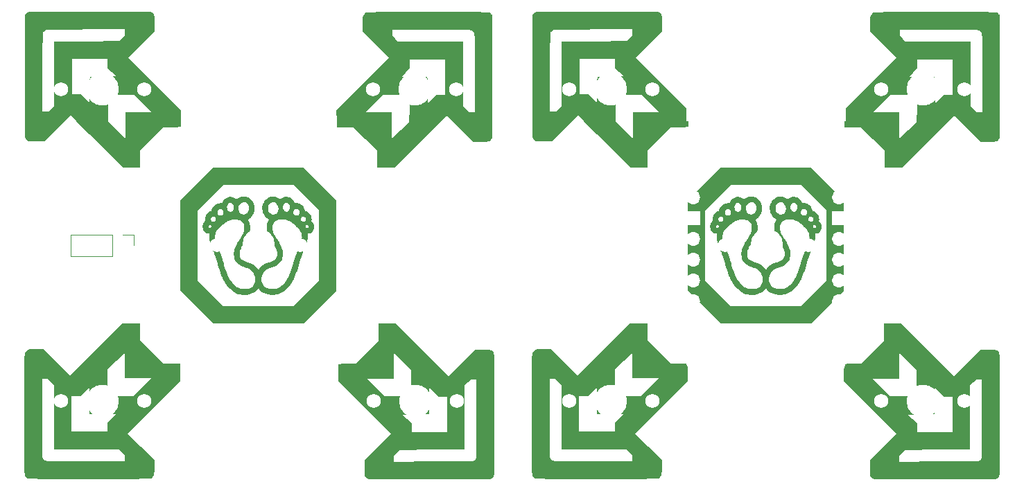
<source format=gto>
%TF.GenerationSoftware,KiCad,Pcbnew,(6.0.8)*%
%TF.CreationDate,2022-10-16T15:49:15-06:00*%
%TF.ProjectId,pcb,7063622e-6b69-4636-9164-5f7063625858,rev?*%
%TF.SameCoordinates,Original*%
%TF.FileFunction,Legend,Top*%
%TF.FilePolarity,Positive*%
%FSLAX46Y46*%
G04 Gerber Fmt 4.6, Leading zero omitted, Abs format (unit mm)*
G04 Created by KiCad (PCBNEW (6.0.8)) date 2022-10-16 15:49:15*
%MOMM*%
%LPD*%
G01*
G04 APERTURE LIST*
%ADD10C,0.120000*%
%ADD11C,1.750000*%
%ADD12C,3.987800*%
%ADD13R,1.700000X1.700000*%
%ADD14O,1.700000X1.700000*%
%ADD15O,1.500000X1.500000*%
%ADD16O,1.800000X1.800000*%
G04 APERTURE END LIST*
%TO.C,G\u002A\u002A\u002A*%
G36*
X165428029Y-87724223D02*
G01*
X167409592Y-85742738D01*
X178518292Y-85742738D01*
X180499777Y-87724301D01*
X182481263Y-89705864D01*
X182481263Y-100794292D01*
X180499700Y-102775777D01*
X178518137Y-104757263D01*
X167409438Y-104757263D01*
X165427952Y-102775700D01*
X163446467Y-100794137D01*
X163446467Y-99557563D01*
X165574958Y-99557563D01*
X167120599Y-101103303D01*
X168666239Y-102649043D01*
X177281563Y-102649043D01*
X180373043Y-99557761D01*
X180373043Y-90942438D01*
X177281761Y-87850958D01*
X168666438Y-87850958D01*
X167120698Y-89396599D01*
X165574958Y-90942239D01*
X165574958Y-99557563D01*
X163446467Y-99557563D01*
X163446467Y-89705709D01*
X165428029Y-87724223D01*
G37*
G36*
X173983540Y-91873615D02*
G01*
X173838378Y-91736704D01*
X173759884Y-91641803D01*
X173629707Y-91439864D01*
X173533755Y-91226285D01*
X173471234Y-91005101D01*
X173441353Y-90780348D01*
X173442256Y-90677360D01*
X174135569Y-90677360D01*
X174155336Y-90858464D01*
X174214819Y-91037074D01*
X174247627Y-91103348D01*
X174341132Y-91241908D01*
X174452612Y-91349679D01*
X174577602Y-91425008D01*
X174711636Y-91466242D01*
X174850251Y-91471727D01*
X174988982Y-91439813D01*
X175063997Y-91405566D01*
X175187425Y-91316997D01*
X175283824Y-91203997D01*
X175285361Y-91201087D01*
X177234418Y-91201087D01*
X177248842Y-91305837D01*
X177287540Y-91403365D01*
X177351433Y-91487438D01*
X177441441Y-91551823D01*
X177487521Y-91571589D01*
X177547566Y-91591656D01*
X177589495Y-91598403D01*
X177633190Y-91592654D01*
X177682575Y-91579667D01*
X177773688Y-91536957D01*
X177859496Y-91466322D01*
X177926701Y-91379586D01*
X177943218Y-91347940D01*
X177976044Y-91233476D01*
X177975285Y-91118610D01*
X177944805Y-91009966D01*
X177888469Y-90914166D01*
X177810141Y-90837831D01*
X177713684Y-90787583D01*
X177606004Y-90770032D01*
X177494140Y-90787201D01*
X177401021Y-90834551D01*
X177327568Y-90905848D01*
X177274702Y-90994859D01*
X177243345Y-91095350D01*
X177234418Y-91201087D01*
X175285361Y-91201087D01*
X175353494Y-91072079D01*
X175396740Y-90926756D01*
X175413862Y-90773541D01*
X175405165Y-90617948D01*
X175387750Y-90540348D01*
X175969440Y-90540348D01*
X175983222Y-90697375D01*
X176024947Y-90836108D01*
X176092088Y-90951660D01*
X176182122Y-91039147D01*
X176246389Y-91076275D01*
X176349481Y-91108776D01*
X176446372Y-91105771D01*
X176531622Y-91076332D01*
X176608839Y-91031643D01*
X176670009Y-90972395D01*
X176723845Y-90888770D01*
X176755821Y-90823754D01*
X176782758Y-90760201D01*
X176798062Y-90706091D01*
X176804014Y-90646637D01*
X176802897Y-90567047D01*
X176801166Y-90529879D01*
X176779106Y-90368892D01*
X176730042Y-90237092D01*
X176652854Y-90132459D01*
X176546419Y-90052972D01*
X176532043Y-90045243D01*
X176431486Y-90013390D01*
X176330416Y-90017717D01*
X176233422Y-90054185D01*
X176145096Y-90118753D01*
X176070027Y-90207381D01*
X176012808Y-90316031D01*
X175978028Y-90440662D01*
X175969440Y-90540348D01*
X175387750Y-90540348D01*
X175370950Y-90465488D01*
X175311519Y-90321676D01*
X175227175Y-90192024D01*
X175118221Y-90082045D01*
X174986777Y-89998136D01*
X174857808Y-89956228D01*
X174719594Y-89947636D01*
X174584485Y-89972087D01*
X174498024Y-90008907D01*
X174374746Y-90095266D01*
X174278843Y-90205480D01*
X174215653Y-90319230D01*
X174155635Y-90496652D01*
X174135569Y-90677360D01*
X173442256Y-90677360D01*
X173443319Y-90556061D01*
X173476339Y-90336276D01*
X173539622Y-90125028D01*
X173632373Y-89926352D01*
X173753802Y-89744285D01*
X173903115Y-89582860D01*
X174079519Y-89446115D01*
X174205277Y-89373913D01*
X174388373Y-89300613D01*
X174584987Y-89260050D01*
X174758688Y-89249981D01*
X174982172Y-89268809D01*
X175194376Y-89326323D01*
X175396316Y-89422871D01*
X175537702Y-89518099D01*
X175658707Y-89610117D01*
X175740416Y-89540078D01*
X175887857Y-89439157D01*
X176057980Y-89366241D01*
X176242345Y-89323350D01*
X176432513Y-89312502D01*
X176606642Y-89332828D01*
X176772345Y-89386258D01*
X176935170Y-89474188D01*
X177087850Y-89590811D01*
X177223120Y-89730324D01*
X177333712Y-89886920D01*
X177360201Y-89934837D01*
X177436956Y-90082802D01*
X177524121Y-90069731D01*
X177641744Y-90065736D01*
X177778087Y-90083016D01*
X177919189Y-90118852D01*
X178051089Y-90170529D01*
X178057128Y-90173449D01*
X178233699Y-90281715D01*
X178385472Y-90420374D01*
X178509619Y-90585746D01*
X178603314Y-90774152D01*
X178658296Y-90955927D01*
X178679538Y-90999101D01*
X178726374Y-91021765D01*
X178736112Y-91024007D01*
X178841879Y-91059675D01*
X178958870Y-91120984D01*
X179074972Y-91200427D01*
X179178070Y-91290494D01*
X179195962Y-91309014D01*
X179322457Y-91471997D01*
X179412335Y-91650062D01*
X179464484Y-91840081D01*
X179477790Y-92038928D01*
X179474683Y-92092489D01*
X179462564Y-92237050D01*
X179544111Y-92325518D01*
X179634591Y-92448078D01*
X179708063Y-92596765D01*
X179758471Y-92758668D01*
X179766857Y-92800238D01*
X179780093Y-92983393D01*
X179755791Y-93161850D01*
X179696382Y-93329990D01*
X179604297Y-93482197D01*
X179481971Y-93612853D01*
X179383263Y-93686200D01*
X179297130Y-93731931D01*
X179197425Y-93771444D01*
X179099697Y-93799461D01*
X179019499Y-93810707D01*
X179016251Y-93810735D01*
X178964184Y-93810735D01*
X178963839Y-94170551D01*
X178963030Y-94308993D01*
X178960379Y-94415925D01*
X178955094Y-94500365D01*
X178946388Y-94571334D01*
X178933468Y-94637850D01*
X178917234Y-94702674D01*
X178881007Y-94833954D01*
X178843673Y-94960900D01*
X178803436Y-95088499D01*
X178758495Y-95221735D01*
X178707053Y-95365595D01*
X178647311Y-95525066D01*
X178577472Y-95705134D01*
X178495736Y-95910785D01*
X178400305Y-96147004D01*
X178365238Y-96233161D01*
X178302080Y-96388636D01*
X178248613Y-96522195D01*
X178202730Y-96640206D01*
X178162321Y-96749036D01*
X178125278Y-96855054D01*
X178089493Y-96964626D01*
X178052857Y-97084120D01*
X178013261Y-97219903D01*
X177968597Y-97378343D01*
X177916757Y-97565808D01*
X177881925Y-97692698D01*
X177790144Y-98013849D01*
X177694667Y-98322187D01*
X177597907Y-98610455D01*
X177502277Y-98871396D01*
X177430811Y-99049415D01*
X177302753Y-99337496D01*
X177173845Y-99591830D01*
X177039619Y-99819052D01*
X176895604Y-100025794D01*
X176737331Y-100218692D01*
X176560331Y-100404378D01*
X176443398Y-100514982D01*
X176231593Y-100701190D01*
X176036035Y-100856068D01*
X175850940Y-100982320D01*
X175670522Y-101082650D01*
X175488997Y-101159763D01*
X175300580Y-101216361D01*
X175099487Y-101255150D01*
X174879931Y-101278834D01*
X174798106Y-101284030D01*
X174492380Y-101282914D01*
X174199114Y-101246664D01*
X173921407Y-101176080D01*
X173662361Y-101071963D01*
X173425073Y-100935111D01*
X173412048Y-100926190D01*
X173310218Y-100848745D01*
X173205740Y-100757271D01*
X173109518Y-100662158D01*
X173032452Y-100573793D01*
X173009195Y-100542320D01*
X172975317Y-100493138D01*
X172930930Y-100552455D01*
X172855089Y-100641177D01*
X172755383Y-100739917D01*
X172643154Y-100838593D01*
X172529747Y-100927122D01*
X172445245Y-100984200D01*
X172263063Y-101081391D01*
X172057386Y-101165622D01*
X171844747Y-101230359D01*
X171788823Y-101243531D01*
X171721262Y-101254255D01*
X171625333Y-101264078D01*
X171510665Y-101272572D01*
X171386889Y-101279309D01*
X171263633Y-101283858D01*
X171150529Y-101285793D01*
X171057206Y-101284685D01*
X170993293Y-101280105D01*
X170987408Y-101279191D01*
X170942313Y-101271912D01*
X170872005Y-101261085D01*
X170791389Y-101249003D01*
X170788277Y-101248543D01*
X170547139Y-101193217D01*
X170303414Y-101098454D01*
X170058998Y-100965110D01*
X169863834Y-100830927D01*
X169761799Y-100749508D01*
X169645500Y-100648934D01*
X169521914Y-100535970D01*
X169398020Y-100417383D01*
X169280798Y-100299938D01*
X169177225Y-100190403D01*
X169094279Y-100095544D01*
X169058487Y-100050071D01*
X168925214Y-99858078D01*
X168798499Y-99649635D01*
X168677176Y-99421869D01*
X168560078Y-99171908D01*
X168446037Y-98896879D01*
X168333886Y-98593911D01*
X168222457Y-98260130D01*
X168110585Y-97892665D01*
X167997101Y-97488644D01*
X167957451Y-97340585D01*
X167925098Y-97221001D01*
X167893383Y-97110371D01*
X167860212Y-97002749D01*
X167823488Y-96892190D01*
X167781115Y-96772751D01*
X167730996Y-96638485D01*
X167671036Y-96483448D01*
X167599139Y-96301696D01*
X167532171Y-96134440D01*
X167421050Y-95856148D01*
X167325063Y-95611289D01*
X167243150Y-95396125D01*
X167174253Y-95206918D01*
X167117314Y-95039931D01*
X167071275Y-94891427D01*
X167035077Y-94757669D01*
X167007662Y-94634919D01*
X166987972Y-94519441D01*
X166974948Y-94407496D01*
X166967532Y-94295347D01*
X166965717Y-94221866D01*
X167665699Y-94221866D01*
X167667305Y-94305707D01*
X167675286Y-94381367D01*
X167691319Y-94463885D01*
X167717084Y-94568299D01*
X167721131Y-94583864D01*
X167755445Y-94708274D01*
X167795618Y-94839640D01*
X167843337Y-94982615D01*
X167900288Y-95141856D01*
X167968158Y-95322016D01*
X168048631Y-95527752D01*
X168143396Y-95763717D01*
X168190093Y-95878412D01*
X168267470Y-96068025D01*
X168331518Y-96225984D01*
X168384293Y-96358142D01*
X168427855Y-96470354D01*
X168464261Y-96568473D01*
X168495568Y-96658355D01*
X168523836Y-96745853D01*
X168551121Y-96836823D01*
X168579482Y-96937117D01*
X168610977Y-97052590D01*
X168637430Y-97150954D01*
X168719102Y-97450308D01*
X168794550Y-97715711D01*
X168865623Y-97952943D01*
X168934170Y-98167783D01*
X169002040Y-98366010D01*
X169071081Y-98553405D01*
X169143143Y-98735746D01*
X169149012Y-98750089D01*
X169247855Y-98981013D01*
X169342743Y-99179542D01*
X169438273Y-99352911D01*
X169539047Y-99508355D01*
X169649663Y-99653108D01*
X169774721Y-99794406D01*
X169883091Y-99904755D01*
X170034776Y-100049957D01*
X170167513Y-100168295D01*
X170287572Y-100264649D01*
X170401227Y-100343899D01*
X170514750Y-100410923D01*
X170571846Y-100440591D01*
X170682257Y-100491707D01*
X170785029Y-100528981D01*
X170889723Y-100554139D01*
X171005901Y-100568908D01*
X171143123Y-100575013D01*
X171310950Y-100574179D01*
X171311750Y-100574163D01*
X171437701Y-100570944D01*
X171532919Y-100566249D01*
X171607210Y-100558804D01*
X171670384Y-100547336D01*
X171732249Y-100530570D01*
X171787932Y-100512299D01*
X171973833Y-100435362D01*
X172131342Y-100339881D01*
X172270749Y-100219461D01*
X172288547Y-100201151D01*
X172410320Y-100047562D01*
X172499847Y-99874820D01*
X172558075Y-99680256D01*
X172585951Y-99461200D01*
X172587995Y-99386139D01*
X173347493Y-99386139D01*
X173362788Y-99589808D01*
X173392099Y-99740104D01*
X173461331Y-99930362D01*
X173564824Y-100101674D01*
X173699710Y-100251377D01*
X173863120Y-100376806D01*
X174052186Y-100475296D01*
X174255613Y-100542141D01*
X174368292Y-100561907D01*
X174507844Y-100574490D01*
X174661217Y-100579753D01*
X174815357Y-100577560D01*
X174957212Y-100567771D01*
X175071503Y-100550726D01*
X175219819Y-100509050D01*
X175368328Y-100445644D01*
X175521045Y-100357896D01*
X175681987Y-100243197D01*
X175855170Y-100098936D01*
X176044609Y-99922502D01*
X176057823Y-99909622D01*
X176187733Y-99777340D01*
X176296934Y-99652630D01*
X176392543Y-99525524D01*
X176481675Y-99386052D01*
X176571449Y-99224246D01*
X176632082Y-99105263D01*
X176720713Y-98918485D01*
X176805992Y-98720645D01*
X176889376Y-98507504D01*
X176972321Y-98274823D01*
X177056286Y-98018362D01*
X177142727Y-97733883D01*
X177233102Y-97417147D01*
X177311855Y-97127807D01*
X177347638Y-96996395D01*
X177381838Y-96877251D01*
X177416757Y-96763795D01*
X177454699Y-96649447D01*
X177497968Y-96527627D01*
X177548867Y-96391754D01*
X177609700Y-96235248D01*
X177682770Y-96051529D01*
X177728093Y-95938773D01*
X177841459Y-95655458D01*
X177939346Y-95405990D01*
X178022708Y-95187152D01*
X178092502Y-94995730D01*
X178149680Y-94828506D01*
X178195199Y-94682266D01*
X178230013Y-94553793D01*
X178255077Y-94439872D01*
X178271346Y-94337286D01*
X178279775Y-94242820D01*
X178281319Y-94153258D01*
X178278402Y-94085407D01*
X178260536Y-93923374D01*
X178227751Y-93774999D01*
X178177016Y-93634867D01*
X178105300Y-93497563D01*
X178009571Y-93357674D01*
X177886797Y-93209783D01*
X177733947Y-93048477D01*
X177653237Y-92968800D01*
X177589572Y-92909253D01*
X178715886Y-92909253D01*
X178751456Y-92993159D01*
X178757011Y-93001655D01*
X178822355Y-93075833D01*
X178891504Y-93112963D01*
X178960878Y-93112043D01*
X179022754Y-93075898D01*
X179070280Y-93009197D01*
X179081625Y-92932186D01*
X179057183Y-92852046D01*
X179006754Y-92785004D01*
X178932650Y-92730648D01*
X178859946Y-92715773D01*
X178790935Y-92740558D01*
X178760549Y-92765839D01*
X178718930Y-92832586D01*
X178715886Y-92909253D01*
X177589572Y-92909253D01*
X177437451Y-92766973D01*
X177237182Y-92596756D01*
X177047268Y-92454888D01*
X176862544Y-92338110D01*
X176677847Y-92243159D01*
X176488015Y-92166775D01*
X176287882Y-92105696D01*
X176285633Y-92105105D01*
X176128233Y-92074850D01*
X175951754Y-92059235D01*
X175770972Y-92058428D01*
X175600664Y-92072598D01*
X175477512Y-92095938D01*
X175262614Y-92166077D01*
X175082121Y-92257607D01*
X174935773Y-92370895D01*
X174823312Y-92506306D01*
X174744476Y-92664207D01*
X174699005Y-92844965D01*
X174686641Y-93048947D01*
X174696554Y-93197058D01*
X174714623Y-93334901D01*
X174738014Y-93462034D01*
X174768951Y-93583384D01*
X174809661Y-93703879D01*
X174862369Y-93828445D01*
X174929301Y-93962010D01*
X175012683Y-94109500D01*
X175114739Y-94275842D01*
X175237696Y-94465965D01*
X175337534Y-94616047D01*
X175497091Y-94862532D01*
X175629105Y-95086872D01*
X175735603Y-95294661D01*
X175818613Y-95491492D01*
X175880160Y-95682960D01*
X175922272Y-95874658D01*
X175946975Y-96072178D01*
X175956296Y-96281116D01*
X175956493Y-96324382D01*
X175943530Y-96563941D01*
X175903789Y-96778496D01*
X175834935Y-96975387D01*
X175734635Y-97161954D01*
X175652967Y-97279191D01*
X175500524Y-97448625D01*
X175312863Y-97602035D01*
X175092605Y-97737953D01*
X174842373Y-97854913D01*
X174564785Y-97951449D01*
X174352452Y-98006805D01*
X174176308Y-98065954D01*
X174002772Y-98159882D01*
X173838166Y-98282998D01*
X173688811Y-98429708D01*
X173561029Y-98594422D01*
X173461141Y-98771545D01*
X173444001Y-98810509D01*
X173388771Y-98984468D01*
X173356378Y-99180352D01*
X173347493Y-99386139D01*
X172587995Y-99386139D01*
X172588845Y-99354949D01*
X172571920Y-99114368D01*
X172520526Y-98894157D01*
X172433732Y-98691907D01*
X172310608Y-98505209D01*
X172220520Y-98401347D01*
X172139927Y-98323239D01*
X172048601Y-98245078D01*
X171961963Y-98179761D01*
X171932130Y-98160153D01*
X171872567Y-98124327D01*
X171818229Y-98095112D01*
X171761366Y-98069579D01*
X171694228Y-98044794D01*
X171609063Y-98017827D01*
X171498121Y-97985746D01*
X171395376Y-97957129D01*
X171104093Y-97860517D01*
X170845067Y-97740897D01*
X170618795Y-97598887D01*
X170425769Y-97435108D01*
X170266486Y-97250179D01*
X170141438Y-97044720D01*
X170051122Y-96819349D01*
X169996031Y-96574687D01*
X169976659Y-96311353D01*
X169979886Y-96184008D01*
X169993878Y-96010921D01*
X170017507Y-95848312D01*
X170052840Y-95691086D01*
X170101944Y-95534151D01*
X170166887Y-95372412D01*
X170249736Y-95200775D01*
X170352557Y-95014148D01*
X170477419Y-94807436D01*
X170626389Y-94575546D01*
X170642782Y-94550639D01*
X170777312Y-94343332D01*
X170889233Y-94162715D01*
X170980967Y-94003580D01*
X171054936Y-93860725D01*
X171113560Y-93728944D01*
X171159262Y-93603032D01*
X171194463Y-93477784D01*
X171221585Y-93347997D01*
X171232272Y-93283680D01*
X171246508Y-93136312D01*
X171246673Y-92981790D01*
X171233629Y-92833265D01*
X171208235Y-92703886D01*
X171190801Y-92649499D01*
X171116662Y-92509949D01*
X171008883Y-92385167D01*
X170872315Y-92277182D01*
X170711807Y-92188025D01*
X170532210Y-92119725D01*
X170338374Y-92074312D01*
X170135149Y-92053816D01*
X169927385Y-92060268D01*
X169818345Y-92075088D01*
X169536802Y-92143847D01*
X169259987Y-92250344D01*
X168994073Y-92391802D01*
X168767696Y-92547853D01*
X168650899Y-92642107D01*
X168523072Y-92751807D01*
X168392434Y-92869350D01*
X168267208Y-92987128D01*
X168155615Y-93097536D01*
X168065876Y-93192969D01*
X168046916Y-93214650D01*
X167919161Y-93373993D01*
X167822183Y-93520956D01*
X167752245Y-93664433D01*
X167705610Y-93813320D01*
X167678543Y-93976511D01*
X167668789Y-94114805D01*
X167665699Y-94221866D01*
X166965717Y-94221866D01*
X166964665Y-94179258D01*
X166964558Y-94130008D01*
X166965571Y-93810735D01*
X166910618Y-93810735D01*
X166833396Y-93800440D01*
X166737328Y-93773120D01*
X166637380Y-93734123D01*
X166548516Y-93688798D01*
X166521915Y-93671820D01*
X166393521Y-93559864D01*
X166285583Y-93416530D01*
X166230222Y-93312670D01*
X166185626Y-93176490D01*
X166164259Y-93020431D01*
X166164657Y-92994787D01*
X166861472Y-92994787D01*
X166887335Y-93058023D01*
X166937730Y-93102829D01*
X166999671Y-93120224D01*
X167027323Y-93113883D01*
X167074918Y-93096619D01*
X167084478Y-93092699D01*
X167149689Y-93047908D01*
X167194354Y-92982987D01*
X167215966Y-92908547D01*
X167212020Y-92835197D01*
X167180008Y-92773544D01*
X167163525Y-92758096D01*
X167097225Y-92722449D01*
X167032043Y-92724208D01*
X166961984Y-92763930D01*
X166944608Y-92778444D01*
X166888756Y-92846604D01*
X166861496Y-92921516D01*
X166861472Y-92994787D01*
X166164657Y-92994787D01*
X166166778Y-92858293D01*
X166193842Y-92703876D01*
X166200165Y-92681883D01*
X166255814Y-92539300D01*
X166331047Y-92403542D01*
X166416675Y-92291068D01*
X166420898Y-92286528D01*
X166444513Y-92258726D01*
X166459268Y-92229806D01*
X166466992Y-92190053D01*
X166469510Y-92129750D01*
X166468650Y-92039179D01*
X166468541Y-92033136D01*
X166469908Y-92006585D01*
X167156123Y-92006585D01*
X167165206Y-92055775D01*
X167188178Y-92120006D01*
X167201734Y-92149257D01*
X167263076Y-92232742D01*
X167344937Y-92290892D01*
X167438204Y-92321083D01*
X167533765Y-92320689D01*
X167622508Y-92287086D01*
X167639628Y-92275412D01*
X167719285Y-92194374D01*
X167765182Y-92101001D01*
X167778954Y-92002458D01*
X167762238Y-91905909D01*
X167716671Y-91818520D01*
X167643889Y-91747454D01*
X167545529Y-91699876D01*
X167505961Y-91690211D01*
X167422056Y-91693219D01*
X167335638Y-91727599D01*
X167258319Y-91786721D01*
X167201734Y-91863913D01*
X167174502Y-91928314D01*
X167158193Y-91986960D01*
X167156123Y-92006585D01*
X166469908Y-92006585D01*
X166478694Y-91835964D01*
X166518758Y-91661012D01*
X166591622Y-91500275D01*
X166700175Y-91345749D01*
X166728723Y-91312259D01*
X166813906Y-91232055D01*
X166892123Y-91175459D01*
X167966977Y-91175459D01*
X167983463Y-91299940D01*
X168029258Y-91406923D01*
X168098865Y-91492533D01*
X168186789Y-91552896D01*
X168287536Y-91584133D01*
X168395608Y-91582371D01*
X168496091Y-91548620D01*
X168575171Y-91489746D01*
X168642876Y-91403894D01*
X168689127Y-91304607D01*
X168695955Y-91280114D01*
X168706294Y-91163282D01*
X168684291Y-91051708D01*
X168634984Y-90951264D01*
X168563407Y-90867824D01*
X168474597Y-90807259D01*
X168373590Y-90775445D01*
X168265594Y-90778218D01*
X168157806Y-90819217D01*
X168069917Y-90891705D01*
X168006459Y-90989652D01*
X167971966Y-91107028D01*
X167966977Y-91175459D01*
X166892123Y-91175459D01*
X166922968Y-91153140D01*
X167040223Y-91085662D01*
X167149765Y-91039839D01*
X167211336Y-91017382D01*
X167254457Y-90995903D01*
X167267768Y-90983510D01*
X167341180Y-90760893D01*
X167433524Y-90572520D01*
X167446021Y-90555215D01*
X169133023Y-90555215D01*
X169148406Y-90716916D01*
X169193968Y-90855106D01*
X169268495Y-90967557D01*
X169370777Y-91052041D01*
X169416379Y-91076214D01*
X169496964Y-91106329D01*
X169566684Y-91111684D01*
X169645710Y-91093606D01*
X169651542Y-91091687D01*
X169736314Y-91046000D01*
X169818601Y-90970908D01*
X169888169Y-90876799D01*
X169916328Y-90822888D01*
X169936358Y-90768354D01*
X170523608Y-90768354D01*
X170539225Y-90919649D01*
X170582852Y-91065470D01*
X170656298Y-91200898D01*
X170706754Y-91265442D01*
X170823364Y-91371063D01*
X170952368Y-91439271D01*
X171090172Y-91469305D01*
X171233184Y-91460407D01*
X171377810Y-91411817D01*
X171384340Y-91408665D01*
X171514729Y-91323056D01*
X171623997Y-91207160D01*
X171709003Y-91067025D01*
X171766607Y-90908700D01*
X171793670Y-90738233D01*
X171793203Y-90620947D01*
X171765406Y-90450153D01*
X171709228Y-90298581D01*
X171627928Y-90169851D01*
X171524766Y-90067581D01*
X171403001Y-89995388D01*
X171265895Y-89956891D01*
X171189940Y-89951391D01*
X171046606Y-89969342D01*
X170916809Y-90021181D01*
X170802357Y-90101989D01*
X170705061Y-90206846D01*
X170626728Y-90330831D01*
X170569169Y-90469025D01*
X170534193Y-90616505D01*
X170523608Y-90768354D01*
X169936358Y-90768354D01*
X169943520Y-90748855D01*
X169958149Y-90669610D01*
X169963112Y-90568635D01*
X169963191Y-90555750D01*
X169961381Y-90465548D01*
X169952910Y-90399206D01*
X169934236Y-90340162D01*
X169902891Y-90273943D01*
X169857105Y-90199347D01*
X169802328Y-90130060D01*
X169764178Y-90092934D01*
X169717233Y-90058621D01*
X169674067Y-90039680D01*
X169619401Y-90031667D01*
X169548142Y-90030128D01*
X169470201Y-90032122D01*
X169417446Y-90041067D01*
X169374599Y-90061403D01*
X169332107Y-90092934D01*
X169279687Y-90146442D01*
X169225872Y-90218857D01*
X169193667Y-90273408D01*
X169161719Y-90341312D01*
X169143338Y-90400884D01*
X169134960Y-90468683D01*
X169133023Y-90555215D01*
X167446021Y-90555215D01*
X167546650Y-90415865D01*
X167682407Y-90288406D01*
X167842643Y-90187617D01*
X167855485Y-90181169D01*
X167983798Y-90129190D01*
X168125177Y-90090782D01*
X168264499Y-90069131D01*
X168386642Y-90067421D01*
X168392841Y-90067997D01*
X168504499Y-90079160D01*
X168584860Y-89922880D01*
X168673879Y-89780798D01*
X168787958Y-89645681D01*
X168916581Y-89528421D01*
X169049231Y-89439912D01*
X169053146Y-89437823D01*
X169246915Y-89356430D01*
X169443140Y-89315080D01*
X169639411Y-89313569D01*
X169833319Y-89351689D01*
X170022455Y-89429235D01*
X170189897Y-89535014D01*
X170247456Y-89576402D01*
X170282627Y-89595444D01*
X170304567Y-89595259D01*
X170321661Y-89579914D01*
X170364367Y-89540851D01*
X170433700Y-89491113D01*
X170519411Y-89436879D01*
X170611253Y-89384328D01*
X170698980Y-89339640D01*
X170768974Y-89310169D01*
X170886702Y-89279819D01*
X171029148Y-89260198D01*
X171181771Y-89251918D01*
X171330027Y-89255589D01*
X171459377Y-89271822D01*
X171494192Y-89279715D01*
X171694227Y-89352082D01*
X171881654Y-89459884D01*
X172051961Y-89598831D01*
X172200640Y-89764633D01*
X172323178Y-89952999D01*
X172412967Y-90153685D01*
X172476076Y-90388705D01*
X172501961Y-90628558D01*
X172491634Y-90868151D01*
X172446108Y-91102391D01*
X172366396Y-91326185D01*
X172253511Y-91534438D01*
X172108465Y-91722057D01*
X172099086Y-91732199D01*
X172025734Y-91804860D01*
X171941336Y-91879282D01*
X171854721Y-91948563D01*
X171774721Y-92005801D01*
X171710163Y-92044094D01*
X171688151Y-92053424D01*
X171686073Y-92071926D01*
X171704844Y-92110092D01*
X171714225Y-92124067D01*
X171767136Y-92212389D01*
X171820724Y-92325693D01*
X171868618Y-92449036D01*
X171904450Y-92567475D01*
X171906098Y-92574182D01*
X171943427Y-92799434D01*
X171953437Y-93045275D01*
X171937055Y-93303208D01*
X171895206Y-93564735D01*
X171828817Y-93821361D01*
X171745371Y-94049328D01*
X171695898Y-94160376D01*
X171641884Y-94270180D01*
X171579819Y-94384820D01*
X171506194Y-94510371D01*
X171417500Y-94652911D01*
X171310228Y-94818517D01*
X171239361Y-94925659D01*
X171104970Y-95131364D01*
X170993887Y-95310618D01*
X170903953Y-95468516D01*
X170833007Y-95610149D01*
X170778889Y-95740613D01*
X170739437Y-95864999D01*
X170712493Y-95988403D01*
X170695895Y-96115916D01*
X170688626Y-96224043D01*
X170686986Y-96385727D01*
X170699670Y-96518866D01*
X170728905Y-96633613D01*
X170776923Y-96740122D01*
X170816255Y-96805179D01*
X170898264Y-96910741D01*
X170999651Y-97004203D01*
X171124473Y-97087828D01*
X171276785Y-97163881D01*
X171460643Y-97234624D01*
X171680103Y-97302322D01*
X171733083Y-97316902D01*
X171967668Y-97393204D01*
X172183411Y-97492051D01*
X172389903Y-97618669D01*
X172596737Y-97778282D01*
X172626012Y-97803338D01*
X172705658Y-97878431D01*
X172788494Y-97966338D01*
X172857560Y-98048984D01*
X172861981Y-98054825D01*
X172909403Y-98116374D01*
X172947654Y-98162831D01*
X172970417Y-98186636D01*
X172973474Y-98188230D01*
X172989727Y-98172699D01*
X173024043Y-98132164D01*
X173070208Y-98074087D01*
X173091429Y-98046532D01*
X173266627Y-97849358D01*
X173472533Y-97674425D01*
X173704000Y-97525050D01*
X173955879Y-97404555D01*
X174223022Y-97316257D01*
X174224699Y-97315821D01*
X174476384Y-97240832D01*
X174690071Y-97155579D01*
X174867361Y-97058494D01*
X175009856Y-96948010D01*
X175119157Y-96822559D01*
X175196866Y-96680576D01*
X175244583Y-96520491D01*
X175263909Y-96340738D01*
X175264510Y-96298045D01*
X175259909Y-96163062D01*
X175245158Y-96034302D01*
X175218327Y-95907083D01*
X175177485Y-95776726D01*
X175120701Y-95638548D01*
X175046043Y-95487871D01*
X174951581Y-95320012D01*
X174835384Y-95130291D01*
X174695520Y-94914029D01*
X174690220Y-94905992D01*
X174529472Y-94656085D01*
X174394244Y-94430767D01*
X174282518Y-94224875D01*
X174192276Y-94033243D01*
X174121501Y-93850704D01*
X174068175Y-93672093D01*
X174030282Y-93492245D01*
X174005803Y-93305995D01*
X173993266Y-93121509D01*
X173994457Y-92864153D01*
X174021764Y-92634287D01*
X174076084Y-92427654D01*
X174158313Y-92240001D01*
X174191016Y-92182688D01*
X174265636Y-92059280D01*
X174213560Y-92027922D01*
X178157313Y-92027922D01*
X178178473Y-92122605D01*
X178228402Y-92207766D01*
X178307414Y-92275487D01*
X178331200Y-92288494D01*
X178415987Y-92322066D01*
X178488360Y-92327972D01*
X178564604Y-92307183D01*
X178574612Y-92303016D01*
X178631515Y-92269391D01*
X178689683Y-92221556D01*
X178700656Y-92210464D01*
X178733142Y-92172194D01*
X178751437Y-92135301D01*
X178759544Y-92086183D01*
X178761464Y-92011242D01*
X178761470Y-92003799D01*
X178760448Y-91928515D01*
X178753863Y-91879923D01*
X178736437Y-91844170D01*
X178702895Y-91807407D01*
X178677532Y-91783479D01*
X178587243Y-91716896D01*
X178496876Y-91688775D01*
X178399574Y-91697609D01*
X178354069Y-91712327D01*
X178263299Y-91765919D01*
X178200040Y-91841661D01*
X178164606Y-91931635D01*
X178157313Y-92027922D01*
X174213560Y-92027922D01*
X174157569Y-91994206D01*
X173983540Y-91873615D01*
G37*
G36*
X103452029Y-87724223D02*
G01*
X105433592Y-85742738D01*
X116542292Y-85742738D01*
X118523777Y-87724301D01*
X120505263Y-89705864D01*
X120505263Y-100794292D01*
X118523700Y-102775777D01*
X116542137Y-104757263D01*
X105433438Y-104757263D01*
X103451952Y-102775700D01*
X101470467Y-100794137D01*
X101470467Y-99557563D01*
X103598958Y-99557563D01*
X105144599Y-101103303D01*
X106690239Y-102649043D01*
X115305563Y-102649043D01*
X118397043Y-99557761D01*
X118397043Y-90942438D01*
X115305761Y-87850958D01*
X106690438Y-87850958D01*
X105144698Y-89396599D01*
X103598958Y-90942239D01*
X103598958Y-99557563D01*
X101470467Y-99557563D01*
X101470467Y-89705709D01*
X103452029Y-87724223D01*
G37*
G36*
X112007540Y-91873615D02*
G01*
X111862378Y-91736704D01*
X111783884Y-91641803D01*
X111653707Y-91439864D01*
X111557755Y-91226285D01*
X111495234Y-91005101D01*
X111465353Y-90780348D01*
X111466256Y-90677360D01*
X112159569Y-90677360D01*
X112179336Y-90858464D01*
X112238819Y-91037074D01*
X112271627Y-91103348D01*
X112365132Y-91241908D01*
X112476612Y-91349679D01*
X112601602Y-91425008D01*
X112735636Y-91466242D01*
X112874251Y-91471727D01*
X113012982Y-91439813D01*
X113087997Y-91405566D01*
X113211425Y-91316997D01*
X113307824Y-91203997D01*
X113309361Y-91201087D01*
X115258418Y-91201087D01*
X115272842Y-91305837D01*
X115311540Y-91403365D01*
X115375433Y-91487438D01*
X115465441Y-91551823D01*
X115511521Y-91571589D01*
X115571566Y-91591656D01*
X115613495Y-91598403D01*
X115657190Y-91592654D01*
X115706575Y-91579667D01*
X115797688Y-91536957D01*
X115883496Y-91466322D01*
X115950701Y-91379586D01*
X115967218Y-91347940D01*
X116000044Y-91233476D01*
X115999285Y-91118610D01*
X115968805Y-91009966D01*
X115912469Y-90914166D01*
X115834141Y-90837831D01*
X115737684Y-90787583D01*
X115630004Y-90770032D01*
X115518140Y-90787201D01*
X115425021Y-90834551D01*
X115351568Y-90905848D01*
X115298702Y-90994859D01*
X115267345Y-91095350D01*
X115258418Y-91201087D01*
X113309361Y-91201087D01*
X113377494Y-91072079D01*
X113420740Y-90926756D01*
X113437862Y-90773541D01*
X113429165Y-90617948D01*
X113411750Y-90540348D01*
X113993440Y-90540348D01*
X114007222Y-90697375D01*
X114048947Y-90836108D01*
X114116088Y-90951660D01*
X114206122Y-91039147D01*
X114270389Y-91076275D01*
X114373481Y-91108776D01*
X114470372Y-91105771D01*
X114555622Y-91076332D01*
X114632839Y-91031643D01*
X114694009Y-90972395D01*
X114747845Y-90888770D01*
X114779821Y-90823754D01*
X114806758Y-90760201D01*
X114822062Y-90706091D01*
X114828014Y-90646637D01*
X114826897Y-90567047D01*
X114825166Y-90529879D01*
X114803106Y-90368892D01*
X114754042Y-90237092D01*
X114676854Y-90132459D01*
X114570419Y-90052972D01*
X114556043Y-90045243D01*
X114455486Y-90013390D01*
X114354416Y-90017717D01*
X114257422Y-90054185D01*
X114169096Y-90118753D01*
X114094027Y-90207381D01*
X114036808Y-90316031D01*
X114002028Y-90440662D01*
X113993440Y-90540348D01*
X113411750Y-90540348D01*
X113394950Y-90465488D01*
X113335519Y-90321676D01*
X113251175Y-90192024D01*
X113142221Y-90082045D01*
X113010777Y-89998136D01*
X112881808Y-89956228D01*
X112743594Y-89947636D01*
X112608485Y-89972087D01*
X112522024Y-90008907D01*
X112398746Y-90095266D01*
X112302843Y-90205480D01*
X112239653Y-90319230D01*
X112179635Y-90496652D01*
X112159569Y-90677360D01*
X111466256Y-90677360D01*
X111467319Y-90556061D01*
X111500339Y-90336276D01*
X111563622Y-90125028D01*
X111656373Y-89926352D01*
X111777802Y-89744285D01*
X111927115Y-89582860D01*
X112103519Y-89446115D01*
X112229277Y-89373913D01*
X112412373Y-89300613D01*
X112608987Y-89260050D01*
X112782688Y-89249981D01*
X113006172Y-89268809D01*
X113218376Y-89326323D01*
X113420316Y-89422871D01*
X113561702Y-89518099D01*
X113682707Y-89610117D01*
X113764416Y-89540078D01*
X113911857Y-89439157D01*
X114081980Y-89366241D01*
X114266345Y-89323350D01*
X114456513Y-89312502D01*
X114630642Y-89332828D01*
X114796345Y-89386258D01*
X114959170Y-89474188D01*
X115111850Y-89590811D01*
X115247120Y-89730324D01*
X115357712Y-89886920D01*
X115384201Y-89934837D01*
X115460956Y-90082802D01*
X115548121Y-90069731D01*
X115665744Y-90065736D01*
X115802087Y-90083016D01*
X115943189Y-90118852D01*
X116075089Y-90170529D01*
X116081128Y-90173449D01*
X116257699Y-90281715D01*
X116409472Y-90420374D01*
X116533619Y-90585746D01*
X116627314Y-90774152D01*
X116682296Y-90955927D01*
X116703538Y-90999101D01*
X116750374Y-91021765D01*
X116760112Y-91024007D01*
X116865879Y-91059675D01*
X116982870Y-91120984D01*
X117098972Y-91200427D01*
X117202070Y-91290494D01*
X117219962Y-91309014D01*
X117346457Y-91471997D01*
X117436335Y-91650062D01*
X117488484Y-91840081D01*
X117501790Y-92038928D01*
X117498683Y-92092489D01*
X117486564Y-92237050D01*
X117568111Y-92325518D01*
X117658591Y-92448078D01*
X117732063Y-92596765D01*
X117782471Y-92758668D01*
X117790857Y-92800238D01*
X117804093Y-92983393D01*
X117779791Y-93161850D01*
X117720382Y-93329990D01*
X117628297Y-93482197D01*
X117505971Y-93612853D01*
X117407263Y-93686200D01*
X117321130Y-93731931D01*
X117221425Y-93771444D01*
X117123697Y-93799461D01*
X117043499Y-93810707D01*
X117040251Y-93810735D01*
X116988184Y-93810735D01*
X116987839Y-94170551D01*
X116987030Y-94308993D01*
X116984379Y-94415925D01*
X116979094Y-94500365D01*
X116970388Y-94571334D01*
X116957468Y-94637850D01*
X116941234Y-94702674D01*
X116905007Y-94833954D01*
X116867673Y-94960900D01*
X116827436Y-95088499D01*
X116782495Y-95221735D01*
X116731053Y-95365595D01*
X116671311Y-95525066D01*
X116601472Y-95705134D01*
X116519736Y-95910785D01*
X116424305Y-96147004D01*
X116389238Y-96233161D01*
X116326080Y-96388636D01*
X116272613Y-96522195D01*
X116226730Y-96640206D01*
X116186321Y-96749036D01*
X116149278Y-96855054D01*
X116113493Y-96964626D01*
X116076857Y-97084120D01*
X116037261Y-97219903D01*
X115992597Y-97378343D01*
X115940757Y-97565808D01*
X115905925Y-97692698D01*
X115814144Y-98013849D01*
X115718667Y-98322187D01*
X115621907Y-98610455D01*
X115526277Y-98871396D01*
X115454811Y-99049415D01*
X115326753Y-99337496D01*
X115197845Y-99591830D01*
X115063619Y-99819052D01*
X114919604Y-100025794D01*
X114761331Y-100218692D01*
X114584331Y-100404378D01*
X114467398Y-100514982D01*
X114255593Y-100701190D01*
X114060035Y-100856068D01*
X113874940Y-100982320D01*
X113694522Y-101082650D01*
X113512997Y-101159763D01*
X113324580Y-101216361D01*
X113123487Y-101255150D01*
X112903931Y-101278834D01*
X112822106Y-101284030D01*
X112516380Y-101282914D01*
X112223114Y-101246664D01*
X111945407Y-101176080D01*
X111686361Y-101071963D01*
X111449073Y-100935111D01*
X111436048Y-100926190D01*
X111334218Y-100848745D01*
X111229740Y-100757271D01*
X111133518Y-100662158D01*
X111056452Y-100573793D01*
X111033195Y-100542320D01*
X110999317Y-100493138D01*
X110954930Y-100552455D01*
X110879089Y-100641177D01*
X110779383Y-100739917D01*
X110667154Y-100838593D01*
X110553747Y-100927122D01*
X110469245Y-100984200D01*
X110287063Y-101081391D01*
X110081386Y-101165622D01*
X109868747Y-101230359D01*
X109812823Y-101243531D01*
X109745262Y-101254255D01*
X109649333Y-101264078D01*
X109534665Y-101272572D01*
X109410889Y-101279309D01*
X109287633Y-101283858D01*
X109174529Y-101285793D01*
X109081206Y-101284685D01*
X109017293Y-101280105D01*
X109011408Y-101279191D01*
X108966313Y-101271912D01*
X108896005Y-101261085D01*
X108815389Y-101249003D01*
X108812277Y-101248543D01*
X108571139Y-101193217D01*
X108327414Y-101098454D01*
X108082998Y-100965110D01*
X107887834Y-100830927D01*
X107785799Y-100749508D01*
X107669500Y-100648934D01*
X107545914Y-100535970D01*
X107422020Y-100417383D01*
X107304798Y-100299938D01*
X107201225Y-100190403D01*
X107118279Y-100095544D01*
X107082487Y-100050071D01*
X106949214Y-99858078D01*
X106822499Y-99649635D01*
X106701176Y-99421869D01*
X106584078Y-99171908D01*
X106470037Y-98896879D01*
X106357886Y-98593911D01*
X106246457Y-98260130D01*
X106134585Y-97892665D01*
X106021101Y-97488644D01*
X105981451Y-97340585D01*
X105949098Y-97221001D01*
X105917383Y-97110371D01*
X105884212Y-97002749D01*
X105847488Y-96892190D01*
X105805115Y-96772751D01*
X105754996Y-96638485D01*
X105695036Y-96483448D01*
X105623139Y-96301696D01*
X105556171Y-96134440D01*
X105445050Y-95856148D01*
X105349063Y-95611289D01*
X105267150Y-95396125D01*
X105198253Y-95206918D01*
X105141314Y-95039931D01*
X105095275Y-94891427D01*
X105059077Y-94757669D01*
X105031662Y-94634919D01*
X105011972Y-94519441D01*
X104998948Y-94407496D01*
X104991532Y-94295347D01*
X104989717Y-94221866D01*
X105689699Y-94221866D01*
X105691305Y-94305707D01*
X105699286Y-94381367D01*
X105715319Y-94463885D01*
X105741084Y-94568299D01*
X105745131Y-94583864D01*
X105779445Y-94708274D01*
X105819618Y-94839640D01*
X105867337Y-94982615D01*
X105924288Y-95141856D01*
X105992158Y-95322016D01*
X106072631Y-95527752D01*
X106167396Y-95763717D01*
X106214093Y-95878412D01*
X106291470Y-96068025D01*
X106355518Y-96225984D01*
X106408293Y-96358142D01*
X106451855Y-96470354D01*
X106488261Y-96568473D01*
X106519568Y-96658355D01*
X106547836Y-96745853D01*
X106575121Y-96836823D01*
X106603482Y-96937117D01*
X106634977Y-97052590D01*
X106661430Y-97150954D01*
X106743102Y-97450308D01*
X106818550Y-97715711D01*
X106889623Y-97952943D01*
X106958170Y-98167783D01*
X107026040Y-98366010D01*
X107095081Y-98553405D01*
X107167143Y-98735746D01*
X107173012Y-98750089D01*
X107271855Y-98981013D01*
X107366743Y-99179542D01*
X107462273Y-99352911D01*
X107563047Y-99508355D01*
X107673663Y-99653108D01*
X107798721Y-99794406D01*
X107907091Y-99904755D01*
X108058776Y-100049957D01*
X108191513Y-100168295D01*
X108311572Y-100264649D01*
X108425227Y-100343899D01*
X108538750Y-100410923D01*
X108595846Y-100440591D01*
X108706257Y-100491707D01*
X108809029Y-100528981D01*
X108913723Y-100554139D01*
X109029901Y-100568908D01*
X109167123Y-100575013D01*
X109334950Y-100574179D01*
X109335750Y-100574163D01*
X109461701Y-100570944D01*
X109556919Y-100566249D01*
X109631210Y-100558804D01*
X109694384Y-100547336D01*
X109756249Y-100530570D01*
X109811932Y-100512299D01*
X109997833Y-100435362D01*
X110155342Y-100339881D01*
X110294749Y-100219461D01*
X110312547Y-100201151D01*
X110434320Y-100047562D01*
X110523847Y-99874820D01*
X110582075Y-99680256D01*
X110609951Y-99461200D01*
X110611995Y-99386139D01*
X111371493Y-99386139D01*
X111386788Y-99589808D01*
X111416099Y-99740104D01*
X111485331Y-99930362D01*
X111588824Y-100101674D01*
X111723710Y-100251377D01*
X111887120Y-100376806D01*
X112076186Y-100475296D01*
X112279613Y-100542141D01*
X112392292Y-100561907D01*
X112531844Y-100574490D01*
X112685217Y-100579753D01*
X112839357Y-100577560D01*
X112981212Y-100567771D01*
X113095503Y-100550726D01*
X113243819Y-100509050D01*
X113392328Y-100445644D01*
X113545045Y-100357896D01*
X113705987Y-100243197D01*
X113879170Y-100098936D01*
X114068609Y-99922502D01*
X114081823Y-99909622D01*
X114211733Y-99777340D01*
X114320934Y-99652630D01*
X114416543Y-99525524D01*
X114505675Y-99386052D01*
X114595449Y-99224246D01*
X114656082Y-99105263D01*
X114744713Y-98918485D01*
X114829992Y-98720645D01*
X114913376Y-98507504D01*
X114996321Y-98274823D01*
X115080286Y-98018362D01*
X115166727Y-97733883D01*
X115257102Y-97417147D01*
X115335855Y-97127807D01*
X115371638Y-96996395D01*
X115405838Y-96877251D01*
X115440757Y-96763795D01*
X115478699Y-96649447D01*
X115521968Y-96527627D01*
X115572867Y-96391754D01*
X115633700Y-96235248D01*
X115706770Y-96051529D01*
X115752093Y-95938773D01*
X115865459Y-95655458D01*
X115963346Y-95405990D01*
X116046708Y-95187152D01*
X116116502Y-94995730D01*
X116173680Y-94828506D01*
X116219199Y-94682266D01*
X116254013Y-94553793D01*
X116279077Y-94439872D01*
X116295346Y-94337286D01*
X116303775Y-94242820D01*
X116305319Y-94153258D01*
X116302402Y-94085407D01*
X116284536Y-93923374D01*
X116251751Y-93774999D01*
X116201016Y-93634867D01*
X116129300Y-93497563D01*
X116033571Y-93357674D01*
X115910797Y-93209783D01*
X115757947Y-93048477D01*
X115677237Y-92968800D01*
X115613572Y-92909253D01*
X116739886Y-92909253D01*
X116775456Y-92993159D01*
X116781011Y-93001655D01*
X116846355Y-93075833D01*
X116915504Y-93112963D01*
X116984878Y-93112043D01*
X117046754Y-93075898D01*
X117094280Y-93009197D01*
X117105625Y-92932186D01*
X117081183Y-92852046D01*
X117030754Y-92785004D01*
X116956650Y-92730648D01*
X116883946Y-92715773D01*
X116814935Y-92740558D01*
X116784549Y-92765839D01*
X116742930Y-92832586D01*
X116739886Y-92909253D01*
X115613572Y-92909253D01*
X115461451Y-92766973D01*
X115261182Y-92596756D01*
X115071268Y-92454888D01*
X114886544Y-92338110D01*
X114701847Y-92243159D01*
X114512015Y-92166775D01*
X114311882Y-92105696D01*
X114309633Y-92105105D01*
X114152233Y-92074850D01*
X113975754Y-92059235D01*
X113794972Y-92058428D01*
X113624664Y-92072598D01*
X113501512Y-92095938D01*
X113286614Y-92166077D01*
X113106121Y-92257607D01*
X112959773Y-92370895D01*
X112847312Y-92506306D01*
X112768476Y-92664207D01*
X112723005Y-92844965D01*
X112710641Y-93048947D01*
X112720554Y-93197058D01*
X112738623Y-93334901D01*
X112762014Y-93462034D01*
X112792951Y-93583384D01*
X112833661Y-93703879D01*
X112886369Y-93828445D01*
X112953301Y-93962010D01*
X113036683Y-94109500D01*
X113138739Y-94275842D01*
X113261696Y-94465965D01*
X113361534Y-94616047D01*
X113521091Y-94862532D01*
X113653105Y-95086872D01*
X113759603Y-95294661D01*
X113842613Y-95491492D01*
X113904160Y-95682960D01*
X113946272Y-95874658D01*
X113970975Y-96072178D01*
X113980296Y-96281116D01*
X113980493Y-96324382D01*
X113967530Y-96563941D01*
X113927789Y-96778496D01*
X113858935Y-96975387D01*
X113758635Y-97161954D01*
X113676967Y-97279191D01*
X113524524Y-97448625D01*
X113336863Y-97602035D01*
X113116605Y-97737953D01*
X112866373Y-97854913D01*
X112588785Y-97951449D01*
X112376452Y-98006805D01*
X112200308Y-98065954D01*
X112026772Y-98159882D01*
X111862166Y-98282998D01*
X111712811Y-98429708D01*
X111585029Y-98594422D01*
X111485141Y-98771545D01*
X111468001Y-98810509D01*
X111412771Y-98984468D01*
X111380378Y-99180352D01*
X111371493Y-99386139D01*
X110611995Y-99386139D01*
X110612845Y-99354949D01*
X110595920Y-99114368D01*
X110544526Y-98894157D01*
X110457732Y-98691907D01*
X110334608Y-98505209D01*
X110244520Y-98401347D01*
X110163927Y-98323239D01*
X110072601Y-98245078D01*
X109985963Y-98179761D01*
X109956130Y-98160153D01*
X109896567Y-98124327D01*
X109842229Y-98095112D01*
X109785366Y-98069579D01*
X109718228Y-98044794D01*
X109633063Y-98017827D01*
X109522121Y-97985746D01*
X109419376Y-97957129D01*
X109128093Y-97860517D01*
X108869067Y-97740897D01*
X108642795Y-97598887D01*
X108449769Y-97435108D01*
X108290486Y-97250179D01*
X108165438Y-97044720D01*
X108075122Y-96819349D01*
X108020031Y-96574687D01*
X108000659Y-96311353D01*
X108003886Y-96184008D01*
X108017878Y-96010921D01*
X108041507Y-95848312D01*
X108076840Y-95691086D01*
X108125944Y-95534151D01*
X108190887Y-95372412D01*
X108273736Y-95200775D01*
X108376557Y-95014148D01*
X108501419Y-94807436D01*
X108650389Y-94575546D01*
X108666782Y-94550639D01*
X108801312Y-94343332D01*
X108913233Y-94162715D01*
X109004967Y-94003580D01*
X109078936Y-93860725D01*
X109137560Y-93728944D01*
X109183262Y-93603032D01*
X109218463Y-93477784D01*
X109245585Y-93347997D01*
X109256272Y-93283680D01*
X109270508Y-93136312D01*
X109270673Y-92981790D01*
X109257629Y-92833265D01*
X109232235Y-92703886D01*
X109214801Y-92649499D01*
X109140662Y-92509949D01*
X109032883Y-92385167D01*
X108896315Y-92277182D01*
X108735807Y-92188025D01*
X108556210Y-92119725D01*
X108362374Y-92074312D01*
X108159149Y-92053816D01*
X107951385Y-92060268D01*
X107842345Y-92075088D01*
X107560802Y-92143847D01*
X107283987Y-92250344D01*
X107018073Y-92391802D01*
X106791696Y-92547853D01*
X106674899Y-92642107D01*
X106547072Y-92751807D01*
X106416434Y-92869350D01*
X106291208Y-92987128D01*
X106179615Y-93097536D01*
X106089876Y-93192969D01*
X106070916Y-93214650D01*
X105943161Y-93373993D01*
X105846183Y-93520956D01*
X105776245Y-93664433D01*
X105729610Y-93813320D01*
X105702543Y-93976511D01*
X105692789Y-94114805D01*
X105689699Y-94221866D01*
X104989717Y-94221866D01*
X104988665Y-94179258D01*
X104988558Y-94130008D01*
X104989571Y-93810735D01*
X104934618Y-93810735D01*
X104857396Y-93800440D01*
X104761328Y-93773120D01*
X104661380Y-93734123D01*
X104572516Y-93688798D01*
X104545915Y-93671820D01*
X104417521Y-93559864D01*
X104309583Y-93416530D01*
X104254222Y-93312670D01*
X104209626Y-93176490D01*
X104188259Y-93020431D01*
X104188657Y-92994787D01*
X104885472Y-92994787D01*
X104911335Y-93058023D01*
X104961730Y-93102829D01*
X105023671Y-93120224D01*
X105051323Y-93113883D01*
X105098918Y-93096619D01*
X105108478Y-93092699D01*
X105173689Y-93047908D01*
X105218354Y-92982987D01*
X105239966Y-92908547D01*
X105236020Y-92835197D01*
X105204008Y-92773544D01*
X105187525Y-92758096D01*
X105121225Y-92722449D01*
X105056043Y-92724208D01*
X104985984Y-92763930D01*
X104968608Y-92778444D01*
X104912756Y-92846604D01*
X104885496Y-92921516D01*
X104885472Y-92994787D01*
X104188657Y-92994787D01*
X104190778Y-92858293D01*
X104217842Y-92703876D01*
X104224165Y-92681883D01*
X104279814Y-92539300D01*
X104355047Y-92403542D01*
X104440675Y-92291068D01*
X104444898Y-92286528D01*
X104468513Y-92258726D01*
X104483268Y-92229806D01*
X104490992Y-92190053D01*
X104493510Y-92129750D01*
X104492650Y-92039179D01*
X104492541Y-92033136D01*
X104493908Y-92006585D01*
X105180123Y-92006585D01*
X105189206Y-92055775D01*
X105212178Y-92120006D01*
X105225734Y-92149257D01*
X105287076Y-92232742D01*
X105368937Y-92290892D01*
X105462204Y-92321083D01*
X105557765Y-92320689D01*
X105646508Y-92287086D01*
X105663628Y-92275412D01*
X105743285Y-92194374D01*
X105789182Y-92101001D01*
X105802954Y-92002458D01*
X105786238Y-91905909D01*
X105740671Y-91818520D01*
X105667889Y-91747454D01*
X105569529Y-91699876D01*
X105529961Y-91690211D01*
X105446056Y-91693219D01*
X105359638Y-91727599D01*
X105282319Y-91786721D01*
X105225734Y-91863913D01*
X105198502Y-91928314D01*
X105182193Y-91986960D01*
X105180123Y-92006585D01*
X104493908Y-92006585D01*
X104502694Y-91835964D01*
X104542758Y-91661012D01*
X104615622Y-91500275D01*
X104724175Y-91345749D01*
X104752723Y-91312259D01*
X104837906Y-91232055D01*
X104916123Y-91175459D01*
X105990977Y-91175459D01*
X106007463Y-91299940D01*
X106053258Y-91406923D01*
X106122865Y-91492533D01*
X106210789Y-91552896D01*
X106311536Y-91584133D01*
X106419608Y-91582371D01*
X106520091Y-91548620D01*
X106599171Y-91489746D01*
X106666876Y-91403894D01*
X106713127Y-91304607D01*
X106719955Y-91280114D01*
X106730294Y-91163282D01*
X106708291Y-91051708D01*
X106658984Y-90951264D01*
X106587407Y-90867824D01*
X106498597Y-90807259D01*
X106397590Y-90775445D01*
X106289594Y-90778218D01*
X106181806Y-90819217D01*
X106093917Y-90891705D01*
X106030459Y-90989652D01*
X105995966Y-91107028D01*
X105990977Y-91175459D01*
X104916123Y-91175459D01*
X104946968Y-91153140D01*
X105064223Y-91085662D01*
X105173765Y-91039839D01*
X105235336Y-91017382D01*
X105278457Y-90995903D01*
X105291768Y-90983510D01*
X105365180Y-90760893D01*
X105457524Y-90572520D01*
X105470021Y-90555215D01*
X107157023Y-90555215D01*
X107172406Y-90716916D01*
X107217968Y-90855106D01*
X107292495Y-90967557D01*
X107394777Y-91052041D01*
X107440379Y-91076214D01*
X107520964Y-91106329D01*
X107590684Y-91111684D01*
X107669710Y-91093606D01*
X107675542Y-91091687D01*
X107760314Y-91046000D01*
X107842601Y-90970908D01*
X107912169Y-90876799D01*
X107940328Y-90822888D01*
X107960358Y-90768354D01*
X108547608Y-90768354D01*
X108563225Y-90919649D01*
X108606852Y-91065470D01*
X108680298Y-91200898D01*
X108730754Y-91265442D01*
X108847364Y-91371063D01*
X108976368Y-91439271D01*
X109114172Y-91469305D01*
X109257184Y-91460407D01*
X109401810Y-91411817D01*
X109408340Y-91408665D01*
X109538729Y-91323056D01*
X109647997Y-91207160D01*
X109733003Y-91067025D01*
X109790607Y-90908700D01*
X109817670Y-90738233D01*
X109817203Y-90620947D01*
X109789406Y-90450153D01*
X109733228Y-90298581D01*
X109651928Y-90169851D01*
X109548766Y-90067581D01*
X109427001Y-89995388D01*
X109289895Y-89956891D01*
X109213940Y-89951391D01*
X109070606Y-89969342D01*
X108940809Y-90021181D01*
X108826357Y-90101989D01*
X108729061Y-90206846D01*
X108650728Y-90330831D01*
X108593169Y-90469025D01*
X108558193Y-90616505D01*
X108547608Y-90768354D01*
X107960358Y-90768354D01*
X107967520Y-90748855D01*
X107982149Y-90669610D01*
X107987112Y-90568635D01*
X107987191Y-90555750D01*
X107985381Y-90465548D01*
X107976910Y-90399206D01*
X107958236Y-90340162D01*
X107926891Y-90273943D01*
X107881105Y-90199347D01*
X107826328Y-90130060D01*
X107788178Y-90092934D01*
X107741233Y-90058621D01*
X107698067Y-90039680D01*
X107643401Y-90031667D01*
X107572142Y-90030128D01*
X107494201Y-90032122D01*
X107441446Y-90041067D01*
X107398599Y-90061403D01*
X107356107Y-90092934D01*
X107303687Y-90146442D01*
X107249872Y-90218857D01*
X107217667Y-90273408D01*
X107185719Y-90341312D01*
X107167338Y-90400884D01*
X107158960Y-90468683D01*
X107157023Y-90555215D01*
X105470021Y-90555215D01*
X105570650Y-90415865D01*
X105706407Y-90288406D01*
X105866643Y-90187617D01*
X105879485Y-90181169D01*
X106007798Y-90129190D01*
X106149177Y-90090782D01*
X106288499Y-90069131D01*
X106410642Y-90067421D01*
X106416841Y-90067997D01*
X106528499Y-90079160D01*
X106608860Y-89922880D01*
X106697879Y-89780798D01*
X106811958Y-89645681D01*
X106940581Y-89528421D01*
X107073231Y-89439912D01*
X107077146Y-89437823D01*
X107270915Y-89356430D01*
X107467140Y-89315080D01*
X107663411Y-89313569D01*
X107857319Y-89351689D01*
X108046455Y-89429235D01*
X108213897Y-89535014D01*
X108271456Y-89576402D01*
X108306627Y-89595444D01*
X108328567Y-89595259D01*
X108345661Y-89579914D01*
X108388367Y-89540851D01*
X108457700Y-89491113D01*
X108543411Y-89436879D01*
X108635253Y-89384328D01*
X108722980Y-89339640D01*
X108792974Y-89310169D01*
X108910702Y-89279819D01*
X109053148Y-89260198D01*
X109205771Y-89251918D01*
X109354027Y-89255589D01*
X109483377Y-89271822D01*
X109518192Y-89279715D01*
X109718227Y-89352082D01*
X109905654Y-89459884D01*
X110075961Y-89598831D01*
X110224640Y-89764633D01*
X110347178Y-89952999D01*
X110436967Y-90153685D01*
X110500076Y-90388705D01*
X110525961Y-90628558D01*
X110515634Y-90868151D01*
X110470108Y-91102391D01*
X110390396Y-91326185D01*
X110277511Y-91534438D01*
X110132465Y-91722057D01*
X110123086Y-91732199D01*
X110049734Y-91804860D01*
X109965336Y-91879282D01*
X109878721Y-91948563D01*
X109798721Y-92005801D01*
X109734163Y-92044094D01*
X109712151Y-92053424D01*
X109710073Y-92071926D01*
X109728844Y-92110092D01*
X109738225Y-92124067D01*
X109791136Y-92212389D01*
X109844724Y-92325693D01*
X109892618Y-92449036D01*
X109928450Y-92567475D01*
X109930098Y-92574182D01*
X109967427Y-92799434D01*
X109977437Y-93045275D01*
X109961055Y-93303208D01*
X109919206Y-93564735D01*
X109852817Y-93821361D01*
X109769371Y-94049328D01*
X109719898Y-94160376D01*
X109665884Y-94270180D01*
X109603819Y-94384820D01*
X109530194Y-94510371D01*
X109441500Y-94652911D01*
X109334228Y-94818517D01*
X109263361Y-94925659D01*
X109128970Y-95131364D01*
X109017887Y-95310618D01*
X108927953Y-95468516D01*
X108857007Y-95610149D01*
X108802889Y-95740613D01*
X108763437Y-95864999D01*
X108736493Y-95988403D01*
X108719895Y-96115916D01*
X108712626Y-96224043D01*
X108710986Y-96385727D01*
X108723670Y-96518866D01*
X108752905Y-96633613D01*
X108800923Y-96740122D01*
X108840255Y-96805179D01*
X108922264Y-96910741D01*
X109023651Y-97004203D01*
X109148473Y-97087828D01*
X109300785Y-97163881D01*
X109484643Y-97234624D01*
X109704103Y-97302322D01*
X109757083Y-97316902D01*
X109991668Y-97393204D01*
X110207411Y-97492051D01*
X110413903Y-97618669D01*
X110620737Y-97778282D01*
X110650012Y-97803338D01*
X110729658Y-97878431D01*
X110812494Y-97966338D01*
X110881560Y-98048984D01*
X110885981Y-98054825D01*
X110933403Y-98116374D01*
X110971654Y-98162831D01*
X110994417Y-98186636D01*
X110997474Y-98188230D01*
X111013727Y-98172699D01*
X111048043Y-98132164D01*
X111094208Y-98074087D01*
X111115429Y-98046532D01*
X111290627Y-97849358D01*
X111496533Y-97674425D01*
X111728000Y-97525050D01*
X111979879Y-97404555D01*
X112247022Y-97316257D01*
X112248699Y-97315821D01*
X112500384Y-97240832D01*
X112714071Y-97155579D01*
X112891361Y-97058494D01*
X113033856Y-96948010D01*
X113143157Y-96822559D01*
X113220866Y-96680576D01*
X113268583Y-96520491D01*
X113287909Y-96340738D01*
X113288510Y-96298045D01*
X113283909Y-96163062D01*
X113269158Y-96034302D01*
X113242327Y-95907083D01*
X113201485Y-95776726D01*
X113144701Y-95638548D01*
X113070043Y-95487871D01*
X112975581Y-95320012D01*
X112859384Y-95130291D01*
X112719520Y-94914029D01*
X112714220Y-94905992D01*
X112553472Y-94656085D01*
X112418244Y-94430767D01*
X112306518Y-94224875D01*
X112216276Y-94033243D01*
X112145501Y-93850704D01*
X112092175Y-93672093D01*
X112054282Y-93492245D01*
X112029803Y-93305995D01*
X112017266Y-93121509D01*
X112018457Y-92864153D01*
X112045764Y-92634287D01*
X112100084Y-92427654D01*
X112182313Y-92240001D01*
X112215016Y-92182688D01*
X112289636Y-92059280D01*
X112237560Y-92027922D01*
X116181313Y-92027922D01*
X116202473Y-92122605D01*
X116252402Y-92207766D01*
X116331414Y-92275487D01*
X116355200Y-92288494D01*
X116439987Y-92322066D01*
X116512360Y-92327972D01*
X116588604Y-92307183D01*
X116598612Y-92303016D01*
X116655515Y-92269391D01*
X116713683Y-92221556D01*
X116724656Y-92210464D01*
X116757142Y-92172194D01*
X116775437Y-92135301D01*
X116783544Y-92086183D01*
X116785464Y-92011242D01*
X116785470Y-92003799D01*
X116784448Y-91928515D01*
X116777863Y-91879923D01*
X116760437Y-91844170D01*
X116726895Y-91807407D01*
X116701532Y-91783479D01*
X116611243Y-91716896D01*
X116520876Y-91688775D01*
X116423574Y-91697609D01*
X116378069Y-91712327D01*
X116287299Y-91765919D01*
X116224040Y-91841661D01*
X116188606Y-91931635D01*
X116181313Y-92027922D01*
X112237560Y-92027922D01*
X112181569Y-91994206D01*
X112007540Y-91873615D01*
G37*
G36*
X148403265Y-80913347D02*
G01*
X146788875Y-82528179D01*
X145892317Y-82528179D01*
X145587906Y-82527649D01*
X145357069Y-82525234D01*
X145186098Y-82519699D01*
X145061286Y-82509807D01*
X144968923Y-82494322D01*
X144895302Y-82472007D01*
X144826714Y-82441626D01*
X144803560Y-82429983D01*
X144618662Y-82295161D01*
X144521546Y-82157217D01*
X144510135Y-82134299D01*
X144499734Y-82109289D01*
X144490296Y-82078231D01*
X144481775Y-82037170D01*
X144474122Y-81982147D01*
X144467293Y-81909209D01*
X144461240Y-81814397D01*
X144455916Y-81693756D01*
X144451274Y-81543329D01*
X144447267Y-81359160D01*
X144443850Y-81137294D01*
X144440974Y-80873773D01*
X144438594Y-80564641D01*
X144436662Y-80205943D01*
X144435132Y-79793721D01*
X144433956Y-79324020D01*
X144433273Y-78905842D01*
X146590913Y-78905842D01*
X147314071Y-78905842D01*
X147672925Y-78545114D01*
X148031780Y-78184386D01*
X148035779Y-76767354D01*
X150214378Y-76767354D01*
X151282361Y-76767354D01*
X151817614Y-77301321D01*
X152352866Y-77835288D01*
X152352866Y-76262627D01*
X152353694Y-75816520D01*
X152356307Y-75451755D01*
X152360894Y-75162404D01*
X152367648Y-74942538D01*
X152376759Y-74786228D01*
X152388418Y-74687545D01*
X152402816Y-74640562D01*
X152405237Y-74637595D01*
X152444939Y-74622766D01*
X152535447Y-74610706D01*
X152682688Y-74601224D01*
X152892592Y-74594127D01*
X153171087Y-74589225D01*
X153524102Y-74586327D01*
X153957564Y-74585242D01*
X154030269Y-74585224D01*
X155602931Y-74585224D01*
X155068964Y-74049971D01*
X154534996Y-73514719D01*
X154534996Y-72446736D01*
X150214378Y-72446736D01*
X150214378Y-76767354D01*
X148035779Y-76767354D01*
X148042924Y-74235406D01*
X148054069Y-70286426D01*
X152003048Y-70275282D01*
X155952028Y-70264137D01*
X156673484Y-69546429D01*
X156673484Y-68823270D01*
X151854166Y-68834745D01*
X151102572Y-68836555D01*
X150433346Y-68838267D01*
X149841572Y-68839983D01*
X149322334Y-68841805D01*
X148870716Y-68843832D01*
X148481801Y-68846166D01*
X148150673Y-68848908D01*
X147872416Y-68852158D01*
X147642113Y-68856019D01*
X147454847Y-68860590D01*
X147305704Y-68865973D01*
X147189765Y-68872269D01*
X147102116Y-68879579D01*
X147037839Y-68888003D01*
X146992018Y-68897643D01*
X146959737Y-68908599D01*
X146936079Y-68920973D01*
X146916129Y-68934866D01*
X146914337Y-68936202D01*
X146797817Y-69040152D01*
X146703844Y-69146695D01*
X146689809Y-69166552D01*
X146677302Y-69189672D01*
X146666221Y-69220970D01*
X146656466Y-69265363D01*
X146647936Y-69327767D01*
X146640530Y-69413099D01*
X146634146Y-69526275D01*
X146628685Y-69672211D01*
X146624044Y-69855824D01*
X146620123Y-70082029D01*
X146616822Y-70355744D01*
X146614038Y-70681884D01*
X146611671Y-71065367D01*
X146609620Y-71511108D01*
X146607785Y-72024023D01*
X146606063Y-72609029D01*
X146604354Y-73271043D01*
X146602558Y-74014981D01*
X146602388Y-74086524D01*
X146590913Y-78905842D01*
X144433273Y-78905842D01*
X144433088Y-78792883D01*
X144432482Y-78196355D01*
X144432090Y-77530478D01*
X144431866Y-76791296D01*
X144431763Y-75974854D01*
X144431733Y-75077194D01*
X144431732Y-74563402D01*
X144431742Y-73620738D01*
X144431804Y-72761415D01*
X144431963Y-71981489D01*
X144432266Y-71277015D01*
X144432759Y-70644050D01*
X144433489Y-70078648D01*
X144434502Y-69576866D01*
X144435843Y-69134759D01*
X144437560Y-68748383D01*
X144439699Y-68413794D01*
X144442305Y-68127047D01*
X144445426Y-67884199D01*
X144449107Y-67681305D01*
X144453394Y-67514420D01*
X144458335Y-67379601D01*
X144463975Y-67272903D01*
X144470360Y-67190382D01*
X144477538Y-67128093D01*
X144485553Y-67082093D01*
X144494453Y-67048437D01*
X144504284Y-67023181D01*
X144515091Y-67002380D01*
X144520561Y-66992953D01*
X144621516Y-66866327D01*
X144748531Y-66760307D01*
X144760596Y-66752919D01*
X144780663Y-66741633D01*
X144803318Y-66731346D01*
X144832507Y-66722011D01*
X144872172Y-66713582D01*
X144926258Y-66706014D01*
X144998710Y-66699260D01*
X145093472Y-66693272D01*
X145214488Y-66688006D01*
X145365703Y-66683415D01*
X145551059Y-66679453D01*
X145774503Y-66676073D01*
X146039978Y-66673229D01*
X146351429Y-66670875D01*
X146712799Y-66668964D01*
X147128033Y-66667451D01*
X147601075Y-66666288D01*
X148135870Y-66665430D01*
X148736362Y-66664831D01*
X149406494Y-66664443D01*
X150150212Y-66664222D01*
X150971460Y-66664120D01*
X151874181Y-66664091D01*
X152331045Y-66664089D01*
X153273678Y-66664098D01*
X154132982Y-66664156D01*
X154912913Y-66664310D01*
X155617428Y-66664607D01*
X156250483Y-66665093D01*
X156816035Y-66665815D01*
X157318038Y-66666821D01*
X157760450Y-66668156D01*
X158147227Y-66669867D01*
X158482326Y-66672003D01*
X158769702Y-66674608D01*
X159013311Y-66677730D01*
X159217111Y-66681417D01*
X159385057Y-66685713D01*
X159521106Y-66690668D01*
X159629213Y-66696326D01*
X159713336Y-66702735D01*
X159777430Y-66709942D01*
X159825451Y-66717994D01*
X159861357Y-66726937D01*
X159889103Y-66736818D01*
X159912645Y-66747684D01*
X159924859Y-66753904D01*
X160098010Y-66887419D01*
X160197625Y-67035917D01*
X160230852Y-67105792D01*
X160255617Y-67176309D01*
X160273156Y-67261174D01*
X160284706Y-67374097D01*
X160291502Y-67528786D01*
X160294782Y-67738949D01*
X160295781Y-68018295D01*
X160295821Y-68124675D01*
X160295821Y-69021233D01*
X157066157Y-72250013D01*
X160273944Y-75458020D01*
X163481732Y-78666027D01*
X163481732Y-79695156D01*
X163480547Y-79986462D01*
X163477223Y-80248243D01*
X163472102Y-80468009D01*
X163465529Y-80633270D01*
X163457845Y-80731537D01*
X163452637Y-80753379D01*
X163402542Y-80761580D01*
X163277652Y-80768886D01*
X163090452Y-80774954D01*
X162853431Y-80779441D01*
X162579076Y-80782003D01*
X162394052Y-80782474D01*
X161364562Y-80782474D01*
X159957965Y-82189949D01*
X158551369Y-83597423D01*
X158539832Y-84644846D01*
X158528295Y-85692268D01*
X157481796Y-85703992D01*
X156717127Y-85712558D01*
X156435297Y-85715715D01*
X153226476Y-82507115D01*
X152352866Y-81633565D01*
X150738587Y-80019397D01*
X154578639Y-80019397D01*
X156717127Y-82156549D01*
X156717127Y-78949485D01*
X159922863Y-78949485D01*
X158876439Y-77886954D01*
X157830014Y-76824423D01*
X156204326Y-76817710D01*
X154578639Y-76810997D01*
X154578639Y-80019397D01*
X150738587Y-80019397D01*
X150017655Y-79298514D01*
X148403265Y-80913347D01*
G37*
G36*
X135822735Y-109586653D02*
G01*
X137437125Y-107971821D01*
X138333683Y-107971821D01*
X138638094Y-107972351D01*
X138868931Y-107974766D01*
X139039902Y-107980301D01*
X139164714Y-107990193D01*
X139257077Y-108005678D01*
X139330698Y-108027993D01*
X139399286Y-108058374D01*
X139422440Y-108070017D01*
X139607338Y-108204839D01*
X139704454Y-108342783D01*
X139715865Y-108365701D01*
X139726266Y-108390711D01*
X139735704Y-108421769D01*
X139744225Y-108462830D01*
X139751878Y-108517853D01*
X139758707Y-108590791D01*
X139764760Y-108685603D01*
X139770084Y-108806244D01*
X139774726Y-108956671D01*
X139778733Y-109140840D01*
X139782150Y-109362706D01*
X139785026Y-109626227D01*
X139787406Y-109935359D01*
X139789338Y-110294057D01*
X139790868Y-110706279D01*
X139792044Y-111175980D01*
X139792912Y-111707117D01*
X139793518Y-112303645D01*
X139793910Y-112969522D01*
X139794134Y-113708704D01*
X139794237Y-114525146D01*
X139794267Y-115422806D01*
X139794268Y-115936598D01*
X139794258Y-116879262D01*
X139794196Y-117738585D01*
X139794037Y-118518511D01*
X139793734Y-119222985D01*
X139793241Y-119855950D01*
X139792511Y-120421352D01*
X139791498Y-120923134D01*
X139790157Y-121365241D01*
X139788440Y-121751617D01*
X139786301Y-122086206D01*
X139783695Y-122372953D01*
X139780574Y-122615801D01*
X139776893Y-122818695D01*
X139772606Y-122985580D01*
X139767665Y-123120399D01*
X139762025Y-123227097D01*
X139755640Y-123309618D01*
X139748462Y-123371907D01*
X139740447Y-123417907D01*
X139731547Y-123451563D01*
X139721716Y-123476819D01*
X139710909Y-123497620D01*
X139705439Y-123507047D01*
X139604484Y-123633673D01*
X139477469Y-123739693D01*
X139465404Y-123747081D01*
X139445337Y-123758367D01*
X139422682Y-123768654D01*
X139393493Y-123777989D01*
X139353828Y-123786418D01*
X139299742Y-123793986D01*
X139227290Y-123800740D01*
X139132528Y-123806728D01*
X139011512Y-123811994D01*
X138860297Y-123816585D01*
X138674941Y-123820547D01*
X138451497Y-123823927D01*
X138186022Y-123826771D01*
X137874571Y-123829125D01*
X137513201Y-123831036D01*
X137097967Y-123832549D01*
X136624925Y-123833712D01*
X136090130Y-123834570D01*
X135489638Y-123835169D01*
X134819506Y-123835557D01*
X134075788Y-123835778D01*
X133254540Y-123835880D01*
X132351819Y-123835909D01*
X131894955Y-123835911D01*
X130952322Y-123835902D01*
X130093018Y-123835844D01*
X129313087Y-123835690D01*
X128608572Y-123835393D01*
X127975517Y-123834907D01*
X127409965Y-123834185D01*
X126907962Y-123833179D01*
X126465550Y-123831844D01*
X126078773Y-123830133D01*
X125743674Y-123827997D01*
X125456298Y-123825392D01*
X125212689Y-123822270D01*
X125008889Y-123818583D01*
X124840943Y-123814287D01*
X124704894Y-123809332D01*
X124596787Y-123803674D01*
X124512664Y-123797265D01*
X124448570Y-123790058D01*
X124400549Y-123782006D01*
X124364643Y-123773063D01*
X124336897Y-123763182D01*
X124313355Y-123752316D01*
X124301141Y-123746096D01*
X124127990Y-123612581D01*
X124028375Y-123464083D01*
X123995148Y-123394208D01*
X123970383Y-123323691D01*
X123952844Y-123238826D01*
X123941294Y-123125903D01*
X123934498Y-122971214D01*
X123931218Y-122761051D01*
X123930219Y-122481705D01*
X123930179Y-122375325D01*
X123930179Y-121676730D01*
X127552516Y-121676730D01*
X132371834Y-121665255D01*
X133123428Y-121663445D01*
X133792654Y-121661733D01*
X134384428Y-121660017D01*
X134903666Y-121658195D01*
X135355284Y-121656168D01*
X135744199Y-121653834D01*
X136075327Y-121651092D01*
X136353584Y-121647842D01*
X136583887Y-121643981D01*
X136771153Y-121639410D01*
X136920296Y-121634027D01*
X137036235Y-121627731D01*
X137123884Y-121620421D01*
X137188161Y-121611997D01*
X137233982Y-121602357D01*
X137266263Y-121591401D01*
X137289921Y-121579027D01*
X137309871Y-121565134D01*
X137311663Y-121563798D01*
X137428183Y-121459848D01*
X137522156Y-121353305D01*
X137536191Y-121333448D01*
X137548698Y-121310328D01*
X137559779Y-121279030D01*
X137569534Y-121234637D01*
X137578064Y-121172233D01*
X137585470Y-121086901D01*
X137591854Y-120973725D01*
X137597315Y-120827789D01*
X137601956Y-120644176D01*
X137605877Y-120417971D01*
X137609178Y-120144256D01*
X137611962Y-119818116D01*
X137614329Y-119434633D01*
X137616380Y-118988892D01*
X137618215Y-118475977D01*
X137619937Y-117890971D01*
X137621646Y-117228957D01*
X137623442Y-116485019D01*
X137623612Y-116413476D01*
X137635087Y-111594158D01*
X136911929Y-111594158D01*
X136553075Y-111954886D01*
X136194220Y-112315614D01*
X136183076Y-116264594D01*
X136171931Y-120213574D01*
X132222952Y-120224718D01*
X128273972Y-120235863D01*
X127552516Y-120953571D01*
X127552516Y-121676730D01*
X123930179Y-121676730D01*
X123930179Y-121478767D01*
X127159843Y-118249987D01*
X124824792Y-115914776D01*
X128623069Y-115914776D01*
X129157036Y-116450029D01*
X129691004Y-116985281D01*
X129691004Y-118053264D01*
X134011622Y-118053264D01*
X134011622Y-113732646D01*
X132943639Y-113732646D01*
X132408386Y-113198679D01*
X131873134Y-112664712D01*
X131873134Y-114237373D01*
X131872306Y-114683480D01*
X131869693Y-115048245D01*
X131865106Y-115337596D01*
X131858352Y-115557462D01*
X131849241Y-115713772D01*
X131837582Y-115812455D01*
X131823184Y-115859438D01*
X131820763Y-115862405D01*
X131781061Y-115877234D01*
X131690553Y-115889294D01*
X131543312Y-115898776D01*
X131333408Y-115905873D01*
X131054913Y-115910775D01*
X130701898Y-115913673D01*
X130268436Y-115914758D01*
X130195731Y-115914776D01*
X128623069Y-115914776D01*
X124824792Y-115914776D01*
X123952056Y-115041980D01*
X120744268Y-111833973D01*
X120744268Y-111550515D01*
X124303137Y-111550515D01*
X125349561Y-112613046D01*
X126395986Y-113675577D01*
X128021674Y-113682290D01*
X129647361Y-113689003D01*
X129647361Y-110480603D01*
X127508873Y-108343451D01*
X127508873Y-111550515D01*
X124303137Y-111550515D01*
X120744268Y-111550515D01*
X120744268Y-110804844D01*
X120745453Y-110513538D01*
X120748777Y-110251757D01*
X120753898Y-110031991D01*
X120760471Y-109866730D01*
X120768155Y-109768463D01*
X120773363Y-109746621D01*
X120823458Y-109738420D01*
X120948348Y-109731114D01*
X121135548Y-109725046D01*
X121372569Y-109720559D01*
X121646924Y-109717997D01*
X121831948Y-109717526D01*
X122861438Y-109717526D01*
X124268035Y-108310051D01*
X125674631Y-106902577D01*
X125686168Y-105855154D01*
X125697705Y-104807732D01*
X126744204Y-104796008D01*
X127508873Y-104787442D01*
X127790703Y-104784285D01*
X130999524Y-107992885D01*
X131873134Y-108866435D01*
X134208345Y-111201486D01*
X135822735Y-109586653D01*
G37*
G36*
X197544735Y-109586653D02*
G01*
X199159125Y-107971821D01*
X200055683Y-107971821D01*
X200360094Y-107972351D01*
X200590931Y-107974766D01*
X200761902Y-107980301D01*
X200886714Y-107990193D01*
X200979077Y-108005678D01*
X201052698Y-108027993D01*
X201121286Y-108058374D01*
X201144440Y-108070017D01*
X201329338Y-108204839D01*
X201426454Y-108342783D01*
X201437865Y-108365701D01*
X201448266Y-108390711D01*
X201457704Y-108421769D01*
X201466225Y-108462830D01*
X201473878Y-108517853D01*
X201480707Y-108590791D01*
X201486760Y-108685603D01*
X201492084Y-108806244D01*
X201496726Y-108956671D01*
X201500733Y-109140840D01*
X201504150Y-109362706D01*
X201507026Y-109626227D01*
X201509406Y-109935359D01*
X201511338Y-110294057D01*
X201512868Y-110706279D01*
X201514044Y-111175980D01*
X201514912Y-111707117D01*
X201515518Y-112303645D01*
X201515910Y-112969522D01*
X201516134Y-113708704D01*
X201516237Y-114525146D01*
X201516267Y-115422806D01*
X201516268Y-115936598D01*
X201516258Y-116879262D01*
X201516196Y-117738585D01*
X201516037Y-118518511D01*
X201515734Y-119222985D01*
X201515241Y-119855950D01*
X201514511Y-120421352D01*
X201513498Y-120923134D01*
X201512157Y-121365241D01*
X201510440Y-121751617D01*
X201508301Y-122086206D01*
X201505695Y-122372953D01*
X201502574Y-122615801D01*
X201498893Y-122818695D01*
X201494606Y-122985580D01*
X201489665Y-123120399D01*
X201484025Y-123227097D01*
X201477640Y-123309618D01*
X201470462Y-123371907D01*
X201462447Y-123417907D01*
X201453547Y-123451563D01*
X201443716Y-123476819D01*
X201432909Y-123497620D01*
X201427439Y-123507047D01*
X201326484Y-123633673D01*
X201199469Y-123739693D01*
X201187404Y-123747081D01*
X201167337Y-123758367D01*
X201144682Y-123768654D01*
X201115493Y-123777989D01*
X201075828Y-123786418D01*
X201021742Y-123793986D01*
X200949290Y-123800740D01*
X200854528Y-123806728D01*
X200733512Y-123811994D01*
X200582297Y-123816585D01*
X200396941Y-123820547D01*
X200173497Y-123823927D01*
X199908022Y-123826771D01*
X199596571Y-123829125D01*
X199235201Y-123831036D01*
X198819967Y-123832549D01*
X198346925Y-123833712D01*
X197812130Y-123834570D01*
X197211638Y-123835169D01*
X196541506Y-123835557D01*
X195797788Y-123835778D01*
X194976540Y-123835880D01*
X194073819Y-123835909D01*
X193616955Y-123835911D01*
X192674322Y-123835902D01*
X191815018Y-123835844D01*
X191035087Y-123835690D01*
X190330572Y-123835393D01*
X189697517Y-123834907D01*
X189131965Y-123834185D01*
X188629962Y-123833179D01*
X188187550Y-123831844D01*
X187800773Y-123830133D01*
X187465674Y-123827997D01*
X187178298Y-123825392D01*
X186934689Y-123822270D01*
X186730889Y-123818583D01*
X186562943Y-123814287D01*
X186426894Y-123809332D01*
X186318787Y-123803674D01*
X186234664Y-123797265D01*
X186170570Y-123790058D01*
X186122549Y-123782006D01*
X186086643Y-123773063D01*
X186058897Y-123763182D01*
X186035355Y-123752316D01*
X186023141Y-123746096D01*
X185849990Y-123612581D01*
X185750375Y-123464083D01*
X185717148Y-123394208D01*
X185692383Y-123323691D01*
X185674844Y-123238826D01*
X185663294Y-123125903D01*
X185656498Y-122971214D01*
X185653218Y-122761051D01*
X185652219Y-122481705D01*
X185652179Y-122375325D01*
X185652179Y-121676730D01*
X189274516Y-121676730D01*
X194093834Y-121665255D01*
X194845428Y-121663445D01*
X195514654Y-121661733D01*
X196106428Y-121660017D01*
X196625666Y-121658195D01*
X197077284Y-121656168D01*
X197466199Y-121653834D01*
X197797327Y-121651092D01*
X198075584Y-121647842D01*
X198305887Y-121643981D01*
X198493153Y-121639410D01*
X198642296Y-121634027D01*
X198758235Y-121627731D01*
X198845884Y-121620421D01*
X198910161Y-121611997D01*
X198955982Y-121602357D01*
X198988263Y-121591401D01*
X199011921Y-121579027D01*
X199031871Y-121565134D01*
X199033663Y-121563798D01*
X199150183Y-121459848D01*
X199244156Y-121353305D01*
X199258191Y-121333448D01*
X199270698Y-121310328D01*
X199281779Y-121279030D01*
X199291534Y-121234637D01*
X199300064Y-121172233D01*
X199307470Y-121086901D01*
X199313854Y-120973725D01*
X199319315Y-120827789D01*
X199323956Y-120644176D01*
X199327877Y-120417971D01*
X199331178Y-120144256D01*
X199333962Y-119818116D01*
X199336329Y-119434633D01*
X199338380Y-118988892D01*
X199340215Y-118475977D01*
X199341937Y-117890971D01*
X199343646Y-117228957D01*
X199345442Y-116485019D01*
X199345612Y-116413476D01*
X199357087Y-111594158D01*
X198633929Y-111594158D01*
X198275075Y-111954886D01*
X197916220Y-112315614D01*
X197905076Y-116264594D01*
X197893931Y-120213574D01*
X193944952Y-120224718D01*
X189995972Y-120235863D01*
X189274516Y-120953571D01*
X189274516Y-121676730D01*
X185652179Y-121676730D01*
X185652179Y-121478767D01*
X188881843Y-118249987D01*
X186546792Y-115914776D01*
X190345069Y-115914776D01*
X190879036Y-116450029D01*
X191413004Y-116985281D01*
X191413004Y-118053264D01*
X195733622Y-118053264D01*
X195733622Y-113732646D01*
X194665639Y-113732646D01*
X194130386Y-113198679D01*
X193595134Y-112664712D01*
X193595134Y-114237373D01*
X193594306Y-114683480D01*
X193591693Y-115048245D01*
X193587106Y-115337596D01*
X193580352Y-115557462D01*
X193571241Y-115713772D01*
X193559582Y-115812455D01*
X193545184Y-115859438D01*
X193542763Y-115862405D01*
X193503061Y-115877234D01*
X193412553Y-115889294D01*
X193265312Y-115898776D01*
X193055408Y-115905873D01*
X192776913Y-115910775D01*
X192423898Y-115913673D01*
X191990436Y-115914758D01*
X191917731Y-115914776D01*
X190345069Y-115914776D01*
X186546792Y-115914776D01*
X185674056Y-115041980D01*
X182466268Y-111833973D01*
X182466268Y-111550515D01*
X186025137Y-111550515D01*
X187071561Y-112613046D01*
X188117986Y-113675577D01*
X189743674Y-113682290D01*
X191369361Y-113689003D01*
X191369361Y-110480603D01*
X189230873Y-108343451D01*
X189230873Y-111550515D01*
X186025137Y-111550515D01*
X182466268Y-111550515D01*
X182466268Y-110804844D01*
X182467453Y-110513538D01*
X182470777Y-110251757D01*
X182475898Y-110031991D01*
X182482471Y-109866730D01*
X182490155Y-109768463D01*
X182495363Y-109746621D01*
X182545458Y-109738420D01*
X182670348Y-109731114D01*
X182857548Y-109725046D01*
X183094569Y-109720559D01*
X183368924Y-109717997D01*
X183553948Y-109717526D01*
X184583438Y-109717526D01*
X185990035Y-108310051D01*
X187396631Y-106902577D01*
X187408168Y-105855154D01*
X187419705Y-104807732D01*
X188466204Y-104796008D01*
X189230873Y-104787442D01*
X189512703Y-104784285D01*
X192721524Y-107992885D01*
X193595134Y-108866435D01*
X195930345Y-111201486D01*
X197544735Y-109586653D01*
G37*
G36*
X86427265Y-80913347D02*
G01*
X84812875Y-82528179D01*
X83916317Y-82528179D01*
X83611906Y-82527649D01*
X83381069Y-82525234D01*
X83210098Y-82519699D01*
X83085286Y-82509807D01*
X82992923Y-82494322D01*
X82919302Y-82472007D01*
X82850714Y-82441626D01*
X82827560Y-82429983D01*
X82642662Y-82295161D01*
X82545546Y-82157217D01*
X82534135Y-82134299D01*
X82523734Y-82109289D01*
X82514296Y-82078231D01*
X82505775Y-82037170D01*
X82498122Y-81982147D01*
X82491293Y-81909209D01*
X82485240Y-81814397D01*
X82479916Y-81693756D01*
X82475274Y-81543329D01*
X82471267Y-81359160D01*
X82467850Y-81137294D01*
X82464974Y-80873773D01*
X82462594Y-80564641D01*
X82460662Y-80205943D01*
X82459132Y-79793721D01*
X82457956Y-79324020D01*
X82457273Y-78905842D01*
X84614913Y-78905842D01*
X85338071Y-78905842D01*
X85696925Y-78545114D01*
X86055780Y-78184386D01*
X86059779Y-76767354D01*
X88238378Y-76767354D01*
X89306361Y-76767354D01*
X89841614Y-77301321D01*
X90376866Y-77835288D01*
X90376866Y-76262627D01*
X90377694Y-75816520D01*
X90380307Y-75451755D01*
X90384894Y-75162404D01*
X90391648Y-74942538D01*
X90400759Y-74786228D01*
X90412418Y-74687545D01*
X90426816Y-74640562D01*
X90429237Y-74637595D01*
X90468939Y-74622766D01*
X90559447Y-74610706D01*
X90706688Y-74601224D01*
X90916592Y-74594127D01*
X91195087Y-74589225D01*
X91548102Y-74586327D01*
X91981564Y-74585242D01*
X92054269Y-74585224D01*
X93626931Y-74585224D01*
X93092964Y-74049971D01*
X92558996Y-73514719D01*
X92558996Y-72446736D01*
X88238378Y-72446736D01*
X88238378Y-76767354D01*
X86059779Y-76767354D01*
X86066924Y-74235406D01*
X86078069Y-70286426D01*
X90027048Y-70275282D01*
X93976028Y-70264137D01*
X94697484Y-69546429D01*
X94697484Y-68823270D01*
X89878166Y-68834745D01*
X89126572Y-68836555D01*
X88457346Y-68838267D01*
X87865572Y-68839983D01*
X87346334Y-68841805D01*
X86894716Y-68843832D01*
X86505801Y-68846166D01*
X86174673Y-68848908D01*
X85896416Y-68852158D01*
X85666113Y-68856019D01*
X85478847Y-68860590D01*
X85329704Y-68865973D01*
X85213765Y-68872269D01*
X85126116Y-68879579D01*
X85061839Y-68888003D01*
X85016018Y-68897643D01*
X84983737Y-68908599D01*
X84960079Y-68920973D01*
X84940129Y-68934866D01*
X84938337Y-68936202D01*
X84821817Y-69040152D01*
X84727844Y-69146695D01*
X84713809Y-69166552D01*
X84701302Y-69189672D01*
X84690221Y-69220970D01*
X84680466Y-69265363D01*
X84671936Y-69327767D01*
X84664530Y-69413099D01*
X84658146Y-69526275D01*
X84652685Y-69672211D01*
X84648044Y-69855824D01*
X84644123Y-70082029D01*
X84640822Y-70355744D01*
X84638038Y-70681884D01*
X84635671Y-71065367D01*
X84633620Y-71511108D01*
X84631785Y-72024023D01*
X84630063Y-72609029D01*
X84628354Y-73271043D01*
X84626558Y-74014981D01*
X84626388Y-74086524D01*
X84614913Y-78905842D01*
X82457273Y-78905842D01*
X82457088Y-78792883D01*
X82456482Y-78196355D01*
X82456090Y-77530478D01*
X82455866Y-76791296D01*
X82455763Y-75974854D01*
X82455733Y-75077194D01*
X82455732Y-74563402D01*
X82455742Y-73620738D01*
X82455804Y-72761415D01*
X82455963Y-71981489D01*
X82456266Y-71277015D01*
X82456759Y-70644050D01*
X82457489Y-70078648D01*
X82458502Y-69576866D01*
X82459843Y-69134759D01*
X82461560Y-68748383D01*
X82463699Y-68413794D01*
X82466305Y-68127047D01*
X82469426Y-67884199D01*
X82473107Y-67681305D01*
X82477394Y-67514420D01*
X82482335Y-67379601D01*
X82487975Y-67272903D01*
X82494360Y-67190382D01*
X82501538Y-67128093D01*
X82509553Y-67082093D01*
X82518453Y-67048437D01*
X82528284Y-67023181D01*
X82539091Y-67002380D01*
X82544561Y-66992953D01*
X82645516Y-66866327D01*
X82772531Y-66760307D01*
X82784596Y-66752919D01*
X82804663Y-66741633D01*
X82827318Y-66731346D01*
X82856507Y-66722011D01*
X82896172Y-66713582D01*
X82950258Y-66706014D01*
X83022710Y-66699260D01*
X83117472Y-66693272D01*
X83238488Y-66688006D01*
X83389703Y-66683415D01*
X83575059Y-66679453D01*
X83798503Y-66676073D01*
X84063978Y-66673229D01*
X84375429Y-66670875D01*
X84736799Y-66668964D01*
X85152033Y-66667451D01*
X85625075Y-66666288D01*
X86159870Y-66665430D01*
X86760362Y-66664831D01*
X87430494Y-66664443D01*
X88174212Y-66664222D01*
X88995460Y-66664120D01*
X89898181Y-66664091D01*
X90355045Y-66664089D01*
X91297678Y-66664098D01*
X92156982Y-66664156D01*
X92936913Y-66664310D01*
X93641428Y-66664607D01*
X94274483Y-66665093D01*
X94840035Y-66665815D01*
X95342038Y-66666821D01*
X95784450Y-66668156D01*
X96171227Y-66669867D01*
X96506326Y-66672003D01*
X96793702Y-66674608D01*
X97037311Y-66677730D01*
X97241111Y-66681417D01*
X97409057Y-66685713D01*
X97545106Y-66690668D01*
X97653213Y-66696326D01*
X97737336Y-66702735D01*
X97801430Y-66709942D01*
X97849451Y-66717994D01*
X97885357Y-66726937D01*
X97913103Y-66736818D01*
X97936645Y-66747684D01*
X97948859Y-66753904D01*
X98122010Y-66887419D01*
X98221625Y-67035917D01*
X98254852Y-67105792D01*
X98279617Y-67176309D01*
X98297156Y-67261174D01*
X98308706Y-67374097D01*
X98315502Y-67528786D01*
X98318782Y-67738949D01*
X98319781Y-68018295D01*
X98319821Y-68124675D01*
X98319821Y-69021233D01*
X95090157Y-72250013D01*
X98297944Y-75458020D01*
X101505732Y-78666027D01*
X101505732Y-79695156D01*
X101504547Y-79986462D01*
X101501223Y-80248243D01*
X101496102Y-80468009D01*
X101489529Y-80633270D01*
X101481845Y-80731537D01*
X101476637Y-80753379D01*
X101426542Y-80761580D01*
X101301652Y-80768886D01*
X101114452Y-80774954D01*
X100877431Y-80779441D01*
X100603076Y-80782003D01*
X100418052Y-80782474D01*
X99388562Y-80782474D01*
X97981965Y-82189949D01*
X96575369Y-83597423D01*
X96563832Y-84644846D01*
X96552295Y-85692268D01*
X95505796Y-85703992D01*
X94741127Y-85712558D01*
X94459297Y-85715715D01*
X91250476Y-82507115D01*
X90376866Y-81633565D01*
X88762587Y-80019397D01*
X92602639Y-80019397D01*
X94741127Y-82156549D01*
X94741127Y-78949485D01*
X97946863Y-78949485D01*
X96900439Y-77886954D01*
X95854014Y-76824423D01*
X94228326Y-76817710D01*
X92602639Y-76810997D01*
X92602639Y-80019397D01*
X88762587Y-80019397D01*
X88041655Y-79298514D01*
X86427265Y-80913347D01*
G37*
G36*
X158637347Y-119820735D02*
G01*
X160252179Y-121435125D01*
X160252179Y-122331683D01*
X160251649Y-122636094D01*
X160249234Y-122866931D01*
X160243699Y-123037902D01*
X160233807Y-123162714D01*
X160218322Y-123255077D01*
X160196007Y-123328698D01*
X160165626Y-123397286D01*
X160153983Y-123420440D01*
X160019161Y-123605338D01*
X159881217Y-123702454D01*
X159858299Y-123713865D01*
X159833289Y-123724266D01*
X159802231Y-123733704D01*
X159761170Y-123742225D01*
X159706147Y-123749878D01*
X159633209Y-123756707D01*
X159538397Y-123762760D01*
X159417756Y-123768084D01*
X159267329Y-123772726D01*
X159083160Y-123776733D01*
X158861294Y-123780150D01*
X158597773Y-123783026D01*
X158288641Y-123785406D01*
X157929943Y-123787338D01*
X157517721Y-123788868D01*
X157048020Y-123790044D01*
X156516883Y-123790912D01*
X155920355Y-123791518D01*
X155254478Y-123791910D01*
X154515296Y-123792134D01*
X153698854Y-123792237D01*
X152801194Y-123792267D01*
X152287402Y-123792268D01*
X151344738Y-123792258D01*
X150485415Y-123792196D01*
X149705489Y-123792037D01*
X149001015Y-123791734D01*
X148368050Y-123791241D01*
X147802648Y-123790511D01*
X147300866Y-123789498D01*
X146858759Y-123788157D01*
X146472383Y-123786440D01*
X146137794Y-123784301D01*
X145851047Y-123781695D01*
X145608199Y-123778574D01*
X145405305Y-123774893D01*
X145238420Y-123770606D01*
X145103601Y-123765665D01*
X144996903Y-123760025D01*
X144914382Y-123753640D01*
X144852093Y-123746462D01*
X144806093Y-123738447D01*
X144772437Y-123729547D01*
X144747181Y-123719716D01*
X144726380Y-123708909D01*
X144716953Y-123703439D01*
X144590327Y-123602484D01*
X144484307Y-123475469D01*
X144476919Y-123463404D01*
X144465633Y-123443337D01*
X144455346Y-123420682D01*
X144446011Y-123391493D01*
X144437582Y-123351828D01*
X144430014Y-123297742D01*
X144423260Y-123225290D01*
X144417272Y-123130528D01*
X144412006Y-123009512D01*
X144407415Y-122858297D01*
X144403453Y-122672941D01*
X144400073Y-122449497D01*
X144397229Y-122184022D01*
X144394875Y-121872571D01*
X144392964Y-121511201D01*
X144391451Y-121095967D01*
X144390288Y-120622925D01*
X144389430Y-120088130D01*
X144388831Y-119487638D01*
X144388443Y-118817506D01*
X144388222Y-118073788D01*
X144388120Y-117252540D01*
X144388091Y-116349819D01*
X144388089Y-115892955D01*
X144388098Y-114950322D01*
X144388156Y-114091018D01*
X144388310Y-113311087D01*
X144388607Y-112606572D01*
X144389093Y-111973517D01*
X144389633Y-111550516D01*
X146547270Y-111550516D01*
X146558745Y-116369834D01*
X146560555Y-117121428D01*
X146562267Y-117790654D01*
X146563983Y-118382428D01*
X146565805Y-118901666D01*
X146567832Y-119353284D01*
X146570166Y-119742199D01*
X146572908Y-120073327D01*
X146576158Y-120351584D01*
X146580019Y-120581887D01*
X146584590Y-120769153D01*
X146589973Y-120918296D01*
X146596269Y-121034235D01*
X146603579Y-121121884D01*
X146612003Y-121186161D01*
X146621643Y-121231982D01*
X146632599Y-121264263D01*
X146644973Y-121287921D01*
X146658866Y-121307871D01*
X146660202Y-121309663D01*
X146764152Y-121426183D01*
X146870695Y-121520156D01*
X146890552Y-121534191D01*
X146913672Y-121546698D01*
X146944970Y-121557779D01*
X146989363Y-121567534D01*
X147051767Y-121576064D01*
X147137099Y-121583470D01*
X147250275Y-121589854D01*
X147396211Y-121595315D01*
X147579824Y-121599956D01*
X147806029Y-121603877D01*
X148079744Y-121607178D01*
X148405884Y-121609962D01*
X148789367Y-121612329D01*
X149235108Y-121614380D01*
X149748023Y-121616215D01*
X150333029Y-121617937D01*
X150995043Y-121619646D01*
X151738981Y-121621442D01*
X151810524Y-121621612D01*
X156629842Y-121633087D01*
X156629842Y-120909929D01*
X156269114Y-120551075D01*
X155908386Y-120192220D01*
X151959406Y-120181076D01*
X148010426Y-120169931D01*
X148004330Y-118009622D01*
X150170736Y-118009622D01*
X154491354Y-118009622D01*
X154491354Y-116941639D01*
X155025321Y-116406386D01*
X155559288Y-115871134D01*
X153986627Y-115871134D01*
X153540520Y-115870306D01*
X153175755Y-115867693D01*
X152886404Y-115863106D01*
X152666538Y-115856352D01*
X152510228Y-115847241D01*
X152411545Y-115835582D01*
X152364562Y-115821184D01*
X152361595Y-115818763D01*
X152346766Y-115779061D01*
X152334706Y-115688553D01*
X152325224Y-115541312D01*
X152318127Y-115331408D01*
X152313225Y-115052913D01*
X152310327Y-114699898D01*
X152309242Y-114266436D01*
X152309224Y-114193731D01*
X152309224Y-113645361D01*
X154534997Y-113645361D01*
X157743397Y-113645361D01*
X159880549Y-111506873D01*
X156673485Y-111506873D01*
X156673485Y-108301137D01*
X155610954Y-109347561D01*
X154548423Y-110393986D01*
X154541710Y-112019674D01*
X154534997Y-113645361D01*
X152309224Y-113645361D01*
X152309224Y-112621069D01*
X151773971Y-113155036D01*
X151238719Y-113689004D01*
X150170736Y-113689004D01*
X150170736Y-118009622D01*
X148004330Y-118009622D01*
X147999282Y-116220952D01*
X147988137Y-112271972D01*
X147270429Y-111550516D01*
X146547270Y-111550516D01*
X144389633Y-111550516D01*
X144389815Y-111407965D01*
X144390821Y-110905962D01*
X144392156Y-110463550D01*
X144393867Y-110076773D01*
X144396003Y-109741674D01*
X144398608Y-109454298D01*
X144401730Y-109210689D01*
X144405417Y-109006889D01*
X144409713Y-108838943D01*
X144414668Y-108702894D01*
X144420326Y-108594787D01*
X144426735Y-108510664D01*
X144433942Y-108446570D01*
X144441994Y-108398549D01*
X144450937Y-108362643D01*
X144460818Y-108334897D01*
X144471684Y-108311355D01*
X144477904Y-108299141D01*
X144611419Y-108125990D01*
X144759917Y-108026375D01*
X144829792Y-107993148D01*
X144900309Y-107968383D01*
X144985174Y-107950844D01*
X145098097Y-107939294D01*
X145252786Y-107932498D01*
X145462949Y-107929218D01*
X145742295Y-107928219D01*
X145848675Y-107928179D01*
X146745233Y-107928179D01*
X149974013Y-111157843D01*
X153182020Y-107950056D01*
X156390027Y-104742268D01*
X157419156Y-104742268D01*
X157710462Y-104743453D01*
X157972243Y-104746777D01*
X158192009Y-104751898D01*
X158357270Y-104758471D01*
X158455537Y-104766155D01*
X158477379Y-104771363D01*
X158485580Y-104821458D01*
X158492886Y-104946348D01*
X158498954Y-105133548D01*
X158503441Y-105370569D01*
X158506003Y-105644924D01*
X158506474Y-105829948D01*
X158506474Y-106859438D01*
X159913949Y-108266035D01*
X161321423Y-109672631D01*
X162368846Y-109684168D01*
X163416268Y-109695705D01*
X163427992Y-110742204D01*
X163436558Y-111506873D01*
X163439715Y-111788703D01*
X160231115Y-114997524D01*
X159357565Y-115871134D01*
X157022514Y-118206345D01*
X158637347Y-119820735D01*
G37*
G36*
X96661347Y-119820735D02*
G01*
X98276179Y-121435125D01*
X98276179Y-122331683D01*
X98275649Y-122636094D01*
X98273234Y-122866931D01*
X98267699Y-123037902D01*
X98257807Y-123162714D01*
X98242322Y-123255077D01*
X98220007Y-123328698D01*
X98189626Y-123397286D01*
X98177983Y-123420440D01*
X98043161Y-123605338D01*
X97905217Y-123702454D01*
X97882299Y-123713865D01*
X97857289Y-123724266D01*
X97826231Y-123733704D01*
X97785170Y-123742225D01*
X97730147Y-123749878D01*
X97657209Y-123756707D01*
X97562397Y-123762760D01*
X97441756Y-123768084D01*
X97291329Y-123772726D01*
X97107160Y-123776733D01*
X96885294Y-123780150D01*
X96621773Y-123783026D01*
X96312641Y-123785406D01*
X95953943Y-123787338D01*
X95541721Y-123788868D01*
X95072020Y-123790044D01*
X94540883Y-123790912D01*
X93944355Y-123791518D01*
X93278478Y-123791910D01*
X92539296Y-123792134D01*
X91722854Y-123792237D01*
X90825194Y-123792267D01*
X90311402Y-123792268D01*
X89368738Y-123792258D01*
X88509415Y-123792196D01*
X87729489Y-123792037D01*
X87025015Y-123791734D01*
X86392050Y-123791241D01*
X85826648Y-123790511D01*
X85324866Y-123789498D01*
X84882759Y-123788157D01*
X84496383Y-123786440D01*
X84161794Y-123784301D01*
X83875047Y-123781695D01*
X83632199Y-123778574D01*
X83429305Y-123774893D01*
X83262420Y-123770606D01*
X83127601Y-123765665D01*
X83020903Y-123760025D01*
X82938382Y-123753640D01*
X82876093Y-123746462D01*
X82830093Y-123738447D01*
X82796437Y-123729547D01*
X82771181Y-123719716D01*
X82750380Y-123708909D01*
X82740953Y-123703439D01*
X82614327Y-123602484D01*
X82508307Y-123475469D01*
X82500919Y-123463404D01*
X82489633Y-123443337D01*
X82479346Y-123420682D01*
X82470011Y-123391493D01*
X82461582Y-123351828D01*
X82454014Y-123297742D01*
X82447260Y-123225290D01*
X82441272Y-123130528D01*
X82436006Y-123009512D01*
X82431415Y-122858297D01*
X82427453Y-122672941D01*
X82424073Y-122449497D01*
X82421229Y-122184022D01*
X82418875Y-121872571D01*
X82416964Y-121511201D01*
X82415451Y-121095967D01*
X82414288Y-120622925D01*
X82413430Y-120088130D01*
X82412831Y-119487638D01*
X82412443Y-118817506D01*
X82412222Y-118073788D01*
X82412120Y-117252540D01*
X82412091Y-116349819D01*
X82412089Y-115892955D01*
X82412098Y-114950322D01*
X82412156Y-114091018D01*
X82412310Y-113311087D01*
X82412607Y-112606572D01*
X82413093Y-111973517D01*
X82413633Y-111550516D01*
X84571270Y-111550516D01*
X84582745Y-116369834D01*
X84584555Y-117121428D01*
X84586267Y-117790654D01*
X84587983Y-118382428D01*
X84589805Y-118901666D01*
X84591832Y-119353284D01*
X84594166Y-119742199D01*
X84596908Y-120073327D01*
X84600158Y-120351584D01*
X84604019Y-120581887D01*
X84608590Y-120769153D01*
X84613973Y-120918296D01*
X84620269Y-121034235D01*
X84627579Y-121121884D01*
X84636003Y-121186161D01*
X84645643Y-121231982D01*
X84656599Y-121264263D01*
X84668973Y-121287921D01*
X84682866Y-121307871D01*
X84684202Y-121309663D01*
X84788152Y-121426183D01*
X84894695Y-121520156D01*
X84914552Y-121534191D01*
X84937672Y-121546698D01*
X84968970Y-121557779D01*
X85013363Y-121567534D01*
X85075767Y-121576064D01*
X85161099Y-121583470D01*
X85274275Y-121589854D01*
X85420211Y-121595315D01*
X85603824Y-121599956D01*
X85830029Y-121603877D01*
X86103744Y-121607178D01*
X86429884Y-121609962D01*
X86813367Y-121612329D01*
X87259108Y-121614380D01*
X87772023Y-121616215D01*
X88357029Y-121617937D01*
X89019043Y-121619646D01*
X89762981Y-121621442D01*
X89834524Y-121621612D01*
X94653842Y-121633087D01*
X94653842Y-120909929D01*
X94293114Y-120551075D01*
X93932386Y-120192220D01*
X89983406Y-120181076D01*
X86034426Y-120169931D01*
X86028330Y-118009622D01*
X88194736Y-118009622D01*
X92515354Y-118009622D01*
X92515354Y-116941639D01*
X93049321Y-116406386D01*
X93583288Y-115871134D01*
X92010627Y-115871134D01*
X91564520Y-115870306D01*
X91199755Y-115867693D01*
X90910404Y-115863106D01*
X90690538Y-115856352D01*
X90534228Y-115847241D01*
X90435545Y-115835582D01*
X90388562Y-115821184D01*
X90385595Y-115818763D01*
X90370766Y-115779061D01*
X90358706Y-115688553D01*
X90349224Y-115541312D01*
X90342127Y-115331408D01*
X90337225Y-115052913D01*
X90334327Y-114699898D01*
X90333242Y-114266436D01*
X90333224Y-114193731D01*
X90333224Y-113645361D01*
X92558997Y-113645361D01*
X95767397Y-113645361D01*
X97904549Y-111506873D01*
X94697485Y-111506873D01*
X94697485Y-108301137D01*
X93634954Y-109347561D01*
X92572423Y-110393986D01*
X92565710Y-112019674D01*
X92558997Y-113645361D01*
X90333224Y-113645361D01*
X90333224Y-112621069D01*
X89797971Y-113155036D01*
X89262719Y-113689004D01*
X88194736Y-113689004D01*
X88194736Y-118009622D01*
X86028330Y-118009622D01*
X86023282Y-116220952D01*
X86012137Y-112271972D01*
X85294429Y-111550516D01*
X84571270Y-111550516D01*
X82413633Y-111550516D01*
X82413815Y-111407965D01*
X82414821Y-110905962D01*
X82416156Y-110463550D01*
X82417867Y-110076773D01*
X82420003Y-109741674D01*
X82422608Y-109454298D01*
X82425730Y-109210689D01*
X82429417Y-109006889D01*
X82433713Y-108838943D01*
X82438668Y-108702894D01*
X82444326Y-108594787D01*
X82450735Y-108510664D01*
X82457942Y-108446570D01*
X82465994Y-108398549D01*
X82474937Y-108362643D01*
X82484818Y-108334897D01*
X82495684Y-108311355D01*
X82501904Y-108299141D01*
X82635419Y-108125990D01*
X82783917Y-108026375D01*
X82853792Y-107993148D01*
X82924309Y-107968383D01*
X83009174Y-107950844D01*
X83122097Y-107939294D01*
X83276786Y-107932498D01*
X83486949Y-107929218D01*
X83766295Y-107928219D01*
X83872675Y-107928179D01*
X84769233Y-107928179D01*
X87998013Y-111157843D01*
X91206020Y-107950056D01*
X94414027Y-104742268D01*
X95443156Y-104742268D01*
X95734462Y-104743453D01*
X95996243Y-104746777D01*
X96216009Y-104751898D01*
X96381270Y-104758471D01*
X96479537Y-104766155D01*
X96501379Y-104771363D01*
X96509580Y-104821458D01*
X96516886Y-104946348D01*
X96522954Y-105133548D01*
X96527441Y-105370569D01*
X96530003Y-105644924D01*
X96530474Y-105829948D01*
X96530474Y-106859438D01*
X97937949Y-108266035D01*
X99345423Y-109672631D01*
X100392846Y-109684168D01*
X101440268Y-109695705D01*
X101451992Y-110742204D01*
X101460558Y-111506873D01*
X101463715Y-111788703D01*
X98255115Y-114997524D01*
X97381565Y-115871134D01*
X95046514Y-118206345D01*
X96661347Y-119820735D01*
G37*
G36*
X185696351Y-67863906D02*
G01*
X185698766Y-67633069D01*
X185704301Y-67462098D01*
X185714193Y-67337286D01*
X185729678Y-67244923D01*
X185751993Y-67171302D01*
X185782374Y-67102714D01*
X185794017Y-67079560D01*
X185928839Y-66894662D01*
X186066783Y-66797546D01*
X186089701Y-66786135D01*
X186114711Y-66775734D01*
X186145769Y-66766296D01*
X186186830Y-66757775D01*
X186241853Y-66750122D01*
X186314791Y-66743293D01*
X186409603Y-66737240D01*
X186530244Y-66731916D01*
X186680671Y-66727274D01*
X186864840Y-66723267D01*
X187086706Y-66719850D01*
X187350227Y-66716974D01*
X187659359Y-66714594D01*
X188018057Y-66712662D01*
X188430279Y-66711132D01*
X188899980Y-66709956D01*
X189431117Y-66709088D01*
X190027645Y-66708482D01*
X190693522Y-66708090D01*
X191432704Y-66707866D01*
X192249146Y-66707763D01*
X193146806Y-66707733D01*
X193660598Y-66707732D01*
X194603262Y-66707742D01*
X195462585Y-66707804D01*
X196242511Y-66707963D01*
X196946985Y-66708266D01*
X197579950Y-66708759D01*
X198145352Y-66709489D01*
X198647134Y-66710502D01*
X199089241Y-66711843D01*
X199475617Y-66713560D01*
X199810206Y-66715699D01*
X200096953Y-66718305D01*
X200339801Y-66721426D01*
X200542695Y-66725107D01*
X200709580Y-66729394D01*
X200844399Y-66734335D01*
X200951097Y-66739975D01*
X201033618Y-66746360D01*
X201095907Y-66753538D01*
X201141907Y-66761553D01*
X201175563Y-66770453D01*
X201200819Y-66780284D01*
X201221620Y-66791091D01*
X201231047Y-66796561D01*
X201357673Y-66897516D01*
X201463693Y-67024531D01*
X201471081Y-67036596D01*
X201482367Y-67056663D01*
X201492654Y-67079318D01*
X201501989Y-67108507D01*
X201510418Y-67148172D01*
X201517986Y-67202258D01*
X201524740Y-67274710D01*
X201530728Y-67369472D01*
X201535994Y-67490488D01*
X201540585Y-67641703D01*
X201544547Y-67827059D01*
X201547927Y-68050503D01*
X201550771Y-68315978D01*
X201553125Y-68627429D01*
X201555036Y-68988799D01*
X201556549Y-69404033D01*
X201557712Y-69877075D01*
X201558570Y-70411870D01*
X201559169Y-71012362D01*
X201559557Y-71682494D01*
X201559778Y-72426212D01*
X201559880Y-73247460D01*
X201559909Y-74150181D01*
X201559911Y-74607045D01*
X201559902Y-75549678D01*
X201559844Y-76408982D01*
X201559690Y-77188913D01*
X201559393Y-77893428D01*
X201558907Y-78526483D01*
X201558185Y-79092035D01*
X201557179Y-79594038D01*
X201555844Y-80036450D01*
X201554133Y-80423227D01*
X201551997Y-80758326D01*
X201549392Y-81045702D01*
X201546270Y-81289311D01*
X201542583Y-81493111D01*
X201538287Y-81661057D01*
X201533332Y-81797106D01*
X201527674Y-81905213D01*
X201521265Y-81989336D01*
X201514058Y-82053430D01*
X201506006Y-82101451D01*
X201497063Y-82137357D01*
X201487182Y-82165103D01*
X201476316Y-82188645D01*
X201470096Y-82200859D01*
X201336581Y-82374010D01*
X201188083Y-82473625D01*
X201118208Y-82506852D01*
X201047691Y-82531617D01*
X200962826Y-82549156D01*
X200849903Y-82560706D01*
X200695214Y-82567502D01*
X200485051Y-82570782D01*
X200205705Y-82571781D01*
X200099325Y-82571821D01*
X199202767Y-82571821D01*
X195973987Y-79342157D01*
X192765980Y-82549944D01*
X189557973Y-85757732D01*
X188528844Y-85757732D01*
X188237538Y-85756547D01*
X187975757Y-85753223D01*
X187755991Y-85748102D01*
X187590730Y-85741529D01*
X187492463Y-85733845D01*
X187470621Y-85728637D01*
X187462420Y-85678542D01*
X187455114Y-85553652D01*
X187449046Y-85366452D01*
X187444559Y-85129431D01*
X187441997Y-84855076D01*
X187441526Y-84670052D01*
X187441526Y-83640562D01*
X186034051Y-82233965D01*
X184626577Y-80827369D01*
X183579154Y-80815832D01*
X182531732Y-80804295D01*
X182520008Y-79757796D01*
X182511442Y-78993127D01*
X186067451Y-78993127D01*
X189274515Y-78993127D01*
X189274515Y-82198863D01*
X190337046Y-81152439D01*
X191399577Y-80106014D01*
X191406290Y-78480326D01*
X191413003Y-76854639D01*
X188204603Y-76854639D01*
X186067451Y-78993127D01*
X182511442Y-78993127D01*
X182508285Y-78711297D01*
X185716885Y-75502476D01*
X186590435Y-74628866D01*
X190388712Y-74628866D01*
X191961373Y-74628866D01*
X192407480Y-74629694D01*
X192772245Y-74632307D01*
X193061596Y-74636894D01*
X193281462Y-74643648D01*
X193437772Y-74652759D01*
X193536455Y-74664418D01*
X193583438Y-74678816D01*
X193586405Y-74681237D01*
X193601234Y-74720939D01*
X193613294Y-74811447D01*
X193622776Y-74958688D01*
X193629873Y-75168592D01*
X193634775Y-75447087D01*
X193637673Y-75800102D01*
X193638758Y-76233564D01*
X193638776Y-76306269D01*
X193638776Y-77878931D01*
X194174029Y-77344964D01*
X194709281Y-76810996D01*
X195777264Y-76810996D01*
X195777264Y-72490378D01*
X191456646Y-72490378D01*
X191456646Y-73558361D01*
X190922679Y-74093614D01*
X190388712Y-74628866D01*
X186590435Y-74628866D01*
X188925486Y-72293655D01*
X187310653Y-70679265D01*
X186221161Y-69590071D01*
X189318158Y-69590071D01*
X189678886Y-69948925D01*
X190039614Y-70307780D01*
X193988594Y-70318924D01*
X197937574Y-70330069D01*
X197948718Y-74279048D01*
X197959863Y-78228028D01*
X198677571Y-78949484D01*
X199400730Y-78949484D01*
X199389255Y-74130166D01*
X199387445Y-73378572D01*
X199385733Y-72709346D01*
X199384017Y-72117572D01*
X199382195Y-71598334D01*
X199380168Y-71146716D01*
X199377834Y-70757801D01*
X199375092Y-70426673D01*
X199371842Y-70148416D01*
X199367981Y-69918113D01*
X199363410Y-69730847D01*
X199358027Y-69581704D01*
X199351731Y-69465765D01*
X199344421Y-69378116D01*
X199335997Y-69313839D01*
X199326357Y-69268018D01*
X199315401Y-69235737D01*
X199303027Y-69212079D01*
X199289134Y-69192129D01*
X199287798Y-69190337D01*
X199183848Y-69073817D01*
X199077305Y-68979844D01*
X199057448Y-68965809D01*
X199034328Y-68953302D01*
X199003030Y-68942221D01*
X198958637Y-68932466D01*
X198896233Y-68923936D01*
X198810901Y-68916530D01*
X198697725Y-68910146D01*
X198551789Y-68904685D01*
X198368176Y-68900044D01*
X198141971Y-68896123D01*
X197868256Y-68892822D01*
X197542116Y-68890038D01*
X197158633Y-68887671D01*
X196712892Y-68885620D01*
X196199977Y-68883785D01*
X195614971Y-68882063D01*
X194952957Y-68880354D01*
X194209019Y-68878558D01*
X194137476Y-68878388D01*
X189318158Y-68866913D01*
X189318158Y-69590071D01*
X186221161Y-69590071D01*
X185695821Y-69064875D01*
X185695821Y-68168317D01*
X185696351Y-67863906D01*
G37*
G36*
X123720351Y-67863906D02*
G01*
X123722766Y-67633069D01*
X123728301Y-67462098D01*
X123738193Y-67337286D01*
X123753678Y-67244923D01*
X123775993Y-67171302D01*
X123806374Y-67102714D01*
X123818017Y-67079560D01*
X123952839Y-66894662D01*
X124090783Y-66797546D01*
X124113701Y-66786135D01*
X124138711Y-66775734D01*
X124169769Y-66766296D01*
X124210830Y-66757775D01*
X124265853Y-66750122D01*
X124338791Y-66743293D01*
X124433603Y-66737240D01*
X124554244Y-66731916D01*
X124704671Y-66727274D01*
X124888840Y-66723267D01*
X125110706Y-66719850D01*
X125374227Y-66716974D01*
X125683359Y-66714594D01*
X126042057Y-66712662D01*
X126454279Y-66711132D01*
X126923980Y-66709956D01*
X127455117Y-66709088D01*
X128051645Y-66708482D01*
X128717522Y-66708090D01*
X129456704Y-66707866D01*
X130273146Y-66707763D01*
X131170806Y-66707733D01*
X131684598Y-66707732D01*
X132627262Y-66707742D01*
X133486585Y-66707804D01*
X134266511Y-66707963D01*
X134970985Y-66708266D01*
X135603950Y-66708759D01*
X136169352Y-66709489D01*
X136671134Y-66710502D01*
X137113241Y-66711843D01*
X137499617Y-66713560D01*
X137834206Y-66715699D01*
X138120953Y-66718305D01*
X138363801Y-66721426D01*
X138566695Y-66725107D01*
X138733580Y-66729394D01*
X138868399Y-66734335D01*
X138975097Y-66739975D01*
X139057618Y-66746360D01*
X139119907Y-66753538D01*
X139165907Y-66761553D01*
X139199563Y-66770453D01*
X139224819Y-66780284D01*
X139245620Y-66791091D01*
X139255047Y-66796561D01*
X139381673Y-66897516D01*
X139487693Y-67024531D01*
X139495081Y-67036596D01*
X139506367Y-67056663D01*
X139516654Y-67079318D01*
X139525989Y-67108507D01*
X139534418Y-67148172D01*
X139541986Y-67202258D01*
X139548740Y-67274710D01*
X139554728Y-67369472D01*
X139559994Y-67490488D01*
X139564585Y-67641703D01*
X139568547Y-67827059D01*
X139571927Y-68050503D01*
X139574771Y-68315978D01*
X139577125Y-68627429D01*
X139579036Y-68988799D01*
X139580549Y-69404033D01*
X139581712Y-69877075D01*
X139582570Y-70411870D01*
X139583169Y-71012362D01*
X139583557Y-71682494D01*
X139583778Y-72426212D01*
X139583880Y-73247460D01*
X139583909Y-74150181D01*
X139583911Y-74607045D01*
X139583902Y-75549678D01*
X139583844Y-76408982D01*
X139583690Y-77188913D01*
X139583393Y-77893428D01*
X139582907Y-78526483D01*
X139582185Y-79092035D01*
X139581179Y-79594038D01*
X139579844Y-80036450D01*
X139578133Y-80423227D01*
X139575997Y-80758326D01*
X139573392Y-81045702D01*
X139570270Y-81289311D01*
X139566583Y-81493111D01*
X139562287Y-81661057D01*
X139557332Y-81797106D01*
X139551674Y-81905213D01*
X139545265Y-81989336D01*
X139538058Y-82053430D01*
X139530006Y-82101451D01*
X139521063Y-82137357D01*
X139511182Y-82165103D01*
X139500316Y-82188645D01*
X139494096Y-82200859D01*
X139360581Y-82374010D01*
X139212083Y-82473625D01*
X139142208Y-82506852D01*
X139071691Y-82531617D01*
X138986826Y-82549156D01*
X138873903Y-82560706D01*
X138719214Y-82567502D01*
X138509051Y-82570782D01*
X138229705Y-82571781D01*
X138123325Y-82571821D01*
X137226767Y-82571821D01*
X133997987Y-79342157D01*
X130789980Y-82549944D01*
X127581973Y-85757732D01*
X126552844Y-85757732D01*
X126261538Y-85756547D01*
X125999757Y-85753223D01*
X125779991Y-85748102D01*
X125614730Y-85741529D01*
X125516463Y-85733845D01*
X125494621Y-85728637D01*
X125486420Y-85678542D01*
X125479114Y-85553652D01*
X125473046Y-85366452D01*
X125468559Y-85129431D01*
X125465997Y-84855076D01*
X125465526Y-84670052D01*
X125465526Y-83640562D01*
X124058051Y-82233965D01*
X122650577Y-80827369D01*
X121603154Y-80815832D01*
X120555732Y-80804295D01*
X120544008Y-79757796D01*
X120535442Y-78993127D01*
X124091451Y-78993127D01*
X127298515Y-78993127D01*
X127298515Y-82198863D01*
X128361046Y-81152439D01*
X129423577Y-80106014D01*
X129430290Y-78480326D01*
X129437003Y-76854639D01*
X126228603Y-76854639D01*
X124091451Y-78993127D01*
X120535442Y-78993127D01*
X120532285Y-78711297D01*
X123740885Y-75502476D01*
X124614435Y-74628866D01*
X128412712Y-74628866D01*
X129985373Y-74628866D01*
X130431480Y-74629694D01*
X130796245Y-74632307D01*
X131085596Y-74636894D01*
X131305462Y-74643648D01*
X131461772Y-74652759D01*
X131560455Y-74664418D01*
X131607438Y-74678816D01*
X131610405Y-74681237D01*
X131625234Y-74720939D01*
X131637294Y-74811447D01*
X131646776Y-74958688D01*
X131653873Y-75168592D01*
X131658775Y-75447087D01*
X131661673Y-75800102D01*
X131662758Y-76233564D01*
X131662776Y-76306269D01*
X131662776Y-77878931D01*
X132198029Y-77344964D01*
X132733281Y-76810996D01*
X133801264Y-76810996D01*
X133801264Y-72490378D01*
X129480646Y-72490378D01*
X129480646Y-73558361D01*
X128946679Y-74093614D01*
X128412712Y-74628866D01*
X124614435Y-74628866D01*
X126949486Y-72293655D01*
X125334653Y-70679265D01*
X124245161Y-69590071D01*
X127342158Y-69590071D01*
X127702886Y-69948925D01*
X128063614Y-70307780D01*
X132012594Y-70318924D01*
X135961574Y-70330069D01*
X135972718Y-74279048D01*
X135983863Y-78228028D01*
X136701571Y-78949484D01*
X137424730Y-78949484D01*
X137413255Y-74130166D01*
X137411445Y-73378572D01*
X137409733Y-72709346D01*
X137408017Y-72117572D01*
X137406195Y-71598334D01*
X137404168Y-71146716D01*
X137401834Y-70757801D01*
X137399092Y-70426673D01*
X137395842Y-70148416D01*
X137391981Y-69918113D01*
X137387410Y-69730847D01*
X137382027Y-69581704D01*
X137375731Y-69465765D01*
X137368421Y-69378116D01*
X137359997Y-69313839D01*
X137350357Y-69268018D01*
X137339401Y-69235737D01*
X137327027Y-69212079D01*
X137313134Y-69192129D01*
X137311798Y-69190337D01*
X137207848Y-69073817D01*
X137101305Y-68979844D01*
X137081448Y-68965809D01*
X137058328Y-68953302D01*
X137027030Y-68942221D01*
X136982637Y-68932466D01*
X136920233Y-68923936D01*
X136834901Y-68916530D01*
X136721725Y-68910146D01*
X136575789Y-68904685D01*
X136392176Y-68900044D01*
X136165971Y-68896123D01*
X135892256Y-68892822D01*
X135566116Y-68890038D01*
X135182633Y-68887671D01*
X134736892Y-68885620D01*
X134223977Y-68883785D01*
X133638971Y-68882063D01*
X132976957Y-68880354D01*
X132233019Y-68878558D01*
X132161476Y-68878388D01*
X127342158Y-68866913D01*
X127342158Y-69590071D01*
X124245161Y-69590071D01*
X123719821Y-69064875D01*
X123719821Y-68168317D01*
X123720351Y-67863906D01*
G37*
D10*
%TO.C,REF\u002A\u002A*%
X88046250Y-93920000D02*
X88046250Y-96580000D01*
X93186250Y-93920000D02*
X88046250Y-93920000D01*
X94456250Y-93920000D02*
X95786250Y-93920000D01*
X93186250Y-96580000D02*
X88046250Y-96580000D01*
X95786250Y-93920000D02*
X95786250Y-95250000D01*
X93186250Y-93920000D02*
X93186250Y-96580000D01*
%TD*%
%LPC*%
D11*
%TO.C,MX10*%
X187007500Y-114300000D03*
D12*
X192087500Y-114300000D03*
D11*
X197167500Y-114300000D03*
%TD*%
%TO.C,MX1*%
X86925250Y-114300000D03*
D12*
X92005250Y-114300000D03*
D11*
X97085250Y-114300000D03*
%TD*%
%TO.C,MX3*%
X105975250Y-95250000D03*
D12*
X111055250Y-95250000D03*
D11*
X116135250Y-95250000D03*
%TD*%
%TO.C,MX6*%
X148907500Y-76200000D03*
D12*
X153987500Y-76200000D03*
D11*
X159067500Y-76200000D03*
%TD*%
D13*
%TO.C,REF\u002A\u002A*%
X94456250Y-95250000D03*
D14*
X91916250Y-95250000D03*
X89376250Y-95250000D03*
%TD*%
D11*
%TO.C,MX8*%
X167957500Y-95250000D03*
D12*
X173037500Y-95250000D03*
D11*
X178117500Y-95250000D03*
%TD*%
%TO.C,MX5*%
X125095000Y-114300000D03*
D12*
X130175000Y-114300000D03*
D11*
X135255000Y-114300000D03*
%TD*%
%TO.C,MX2*%
X86925250Y-76200000D03*
D12*
X92005250Y-76200000D03*
D11*
X97085250Y-76200000D03*
%TD*%
%TO.C,MX7*%
X148907500Y-114300000D03*
D12*
X153987500Y-114300000D03*
D11*
X159067500Y-114300000D03*
%TD*%
%TO.C,MX4*%
X125025250Y-76200000D03*
D12*
X130105250Y-76200000D03*
D11*
X135185250Y-76200000D03*
%TD*%
%TO.C,MX9*%
X187007500Y-76200000D03*
D12*
X192087500Y-76200000D03*
D11*
X197167500Y-76200000D03*
%TD*%
D14*
%TO.C,U1*%
X170427750Y-109432998D03*
D13*
X172967750Y-109432998D03*
D14*
X175507750Y-109432998D03*
X164077750Y-61402998D03*
X164077750Y-63942998D03*
D13*
X164077750Y-66482998D03*
D14*
X164077750Y-69022998D03*
X164077750Y-71562998D03*
X164077750Y-74102998D03*
X164077750Y-76642998D03*
D13*
X164077750Y-79182998D03*
D14*
X164077750Y-81722998D03*
X164077750Y-84262998D03*
X164077750Y-86802998D03*
X164077750Y-89342998D03*
D13*
X164077750Y-91882998D03*
D14*
X164077750Y-94422998D03*
X164077750Y-96962998D03*
X164077750Y-99502998D03*
X164077750Y-102042998D03*
D13*
X164077750Y-104582998D03*
D14*
X164077750Y-107122998D03*
X164077750Y-109662998D03*
X181857750Y-109662998D03*
X181857750Y-107122998D03*
D13*
X181857750Y-104582998D03*
D14*
X181857750Y-102042998D03*
X181857750Y-99502998D03*
X181857750Y-96962998D03*
X181857750Y-94422998D03*
D13*
X181857750Y-91882998D03*
D14*
X181857750Y-89342998D03*
X181857750Y-86802998D03*
X181857750Y-84262998D03*
X181857750Y-81722998D03*
D13*
X181857750Y-79182998D03*
D14*
X181857750Y-76642998D03*
X181857750Y-74102998D03*
X181857750Y-71562998D03*
X181857750Y-69022998D03*
D13*
X181857750Y-66482998D03*
D14*
X181857750Y-63942998D03*
X181857750Y-61402998D03*
D15*
X170542750Y-64562998D03*
X175392750Y-64562998D03*
D16*
X175692750Y-61532998D03*
X170242750Y-61532998D03*
%TD*%
M02*

</source>
